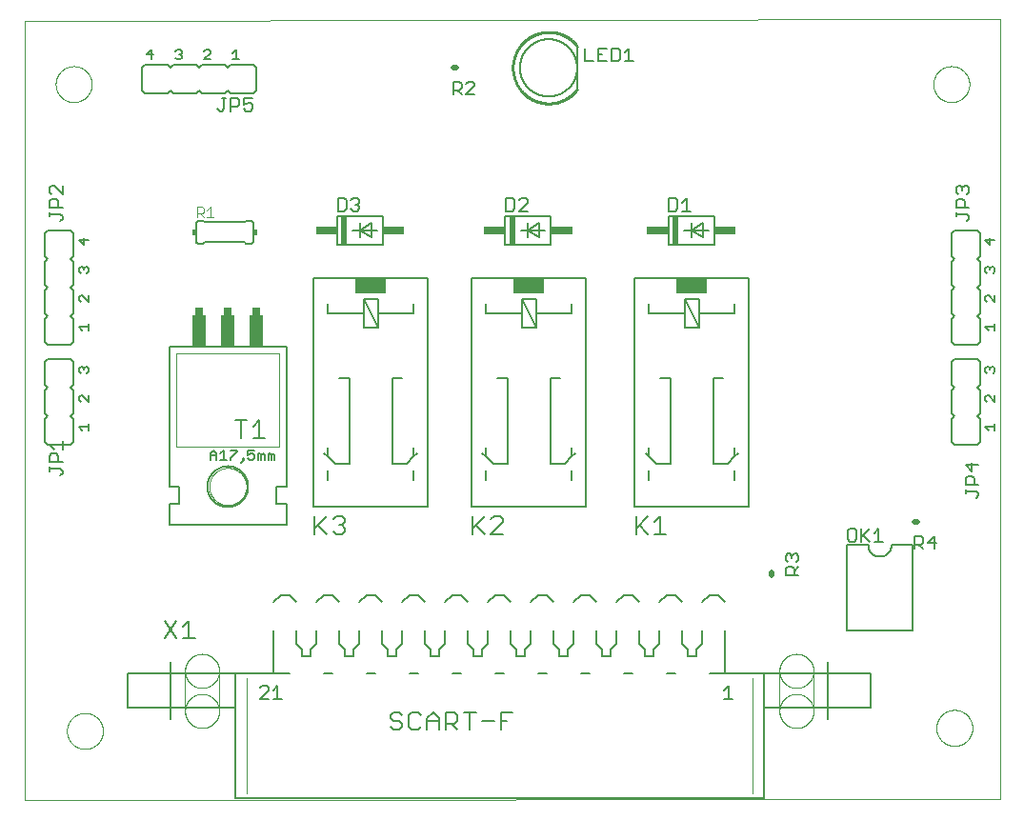
<source format=gto>
G75*
%MOIN*%
%OFA0B0*%
%FSLAX25Y25*%
%IPPOS*%
%LPD*%
%AMOC8*
5,1,8,0,0,1.08239X$1,22.5*
%
%ADD10C,0.00000*%
%ADD11C,0.00600*%
%ADD12C,0.00500*%
%ADD13R,0.02000X0.10000*%
%ADD14R,0.07500X0.03000*%
%ADD15C,0.00700*%
%ADD16R,0.10000X0.05000*%
%ADD17C,0.00800*%
%ADD18C,0.01000*%
%ADD19C,0.00400*%
%ADD20R,0.01500X0.02000*%
%ADD21C,0.02000*%
%ADD22C,0.00200*%
%ADD23R,0.03000X0.02500*%
%ADD24R,0.05000X0.11000*%
%ADD25C,0.00009*%
D10*
X0001000Y0001000D02*
X0001000Y0273953D01*
X0342417Y0274346D01*
X0342417Y0001394D01*
X0001000Y0001000D01*
X0015882Y0025331D02*
X0015884Y0025489D01*
X0015890Y0025647D01*
X0015900Y0025805D01*
X0015914Y0025963D01*
X0015932Y0026120D01*
X0015953Y0026277D01*
X0015979Y0026433D01*
X0016009Y0026589D01*
X0016042Y0026744D01*
X0016080Y0026897D01*
X0016121Y0027050D01*
X0016166Y0027202D01*
X0016215Y0027353D01*
X0016268Y0027502D01*
X0016324Y0027650D01*
X0016384Y0027796D01*
X0016448Y0027941D01*
X0016516Y0028084D01*
X0016587Y0028226D01*
X0016661Y0028366D01*
X0016739Y0028503D01*
X0016821Y0028639D01*
X0016905Y0028773D01*
X0016994Y0028904D01*
X0017085Y0029033D01*
X0017180Y0029160D01*
X0017277Y0029285D01*
X0017378Y0029407D01*
X0017482Y0029526D01*
X0017589Y0029643D01*
X0017699Y0029757D01*
X0017812Y0029868D01*
X0017927Y0029977D01*
X0018045Y0030082D01*
X0018166Y0030184D01*
X0018289Y0030284D01*
X0018415Y0030380D01*
X0018543Y0030473D01*
X0018673Y0030563D01*
X0018806Y0030649D01*
X0018941Y0030733D01*
X0019077Y0030812D01*
X0019216Y0030889D01*
X0019357Y0030961D01*
X0019499Y0031031D01*
X0019643Y0031096D01*
X0019789Y0031158D01*
X0019936Y0031216D01*
X0020085Y0031271D01*
X0020235Y0031322D01*
X0020386Y0031369D01*
X0020538Y0031412D01*
X0020691Y0031451D01*
X0020846Y0031487D01*
X0021001Y0031518D01*
X0021157Y0031546D01*
X0021313Y0031570D01*
X0021470Y0031590D01*
X0021628Y0031606D01*
X0021785Y0031618D01*
X0021944Y0031626D01*
X0022102Y0031630D01*
X0022260Y0031630D01*
X0022418Y0031626D01*
X0022577Y0031618D01*
X0022734Y0031606D01*
X0022892Y0031590D01*
X0023049Y0031570D01*
X0023205Y0031546D01*
X0023361Y0031518D01*
X0023516Y0031487D01*
X0023671Y0031451D01*
X0023824Y0031412D01*
X0023976Y0031369D01*
X0024127Y0031322D01*
X0024277Y0031271D01*
X0024426Y0031216D01*
X0024573Y0031158D01*
X0024719Y0031096D01*
X0024863Y0031031D01*
X0025005Y0030961D01*
X0025146Y0030889D01*
X0025285Y0030812D01*
X0025421Y0030733D01*
X0025556Y0030649D01*
X0025689Y0030563D01*
X0025819Y0030473D01*
X0025947Y0030380D01*
X0026073Y0030284D01*
X0026196Y0030184D01*
X0026317Y0030082D01*
X0026435Y0029977D01*
X0026550Y0029868D01*
X0026663Y0029757D01*
X0026773Y0029643D01*
X0026880Y0029526D01*
X0026984Y0029407D01*
X0027085Y0029285D01*
X0027182Y0029160D01*
X0027277Y0029033D01*
X0027368Y0028904D01*
X0027457Y0028773D01*
X0027541Y0028639D01*
X0027623Y0028503D01*
X0027701Y0028366D01*
X0027775Y0028226D01*
X0027846Y0028084D01*
X0027914Y0027941D01*
X0027978Y0027796D01*
X0028038Y0027650D01*
X0028094Y0027502D01*
X0028147Y0027353D01*
X0028196Y0027202D01*
X0028241Y0027050D01*
X0028282Y0026897D01*
X0028320Y0026744D01*
X0028353Y0026589D01*
X0028383Y0026433D01*
X0028409Y0026277D01*
X0028430Y0026120D01*
X0028448Y0025963D01*
X0028462Y0025805D01*
X0028472Y0025647D01*
X0028478Y0025489D01*
X0028480Y0025331D01*
X0028478Y0025173D01*
X0028472Y0025015D01*
X0028462Y0024857D01*
X0028448Y0024699D01*
X0028430Y0024542D01*
X0028409Y0024385D01*
X0028383Y0024229D01*
X0028353Y0024073D01*
X0028320Y0023918D01*
X0028282Y0023765D01*
X0028241Y0023612D01*
X0028196Y0023460D01*
X0028147Y0023309D01*
X0028094Y0023160D01*
X0028038Y0023012D01*
X0027978Y0022866D01*
X0027914Y0022721D01*
X0027846Y0022578D01*
X0027775Y0022436D01*
X0027701Y0022296D01*
X0027623Y0022159D01*
X0027541Y0022023D01*
X0027457Y0021889D01*
X0027368Y0021758D01*
X0027277Y0021629D01*
X0027182Y0021502D01*
X0027085Y0021377D01*
X0026984Y0021255D01*
X0026880Y0021136D01*
X0026773Y0021019D01*
X0026663Y0020905D01*
X0026550Y0020794D01*
X0026435Y0020685D01*
X0026317Y0020580D01*
X0026196Y0020478D01*
X0026073Y0020378D01*
X0025947Y0020282D01*
X0025819Y0020189D01*
X0025689Y0020099D01*
X0025556Y0020013D01*
X0025421Y0019929D01*
X0025285Y0019850D01*
X0025146Y0019773D01*
X0025005Y0019701D01*
X0024863Y0019631D01*
X0024719Y0019566D01*
X0024573Y0019504D01*
X0024426Y0019446D01*
X0024277Y0019391D01*
X0024127Y0019340D01*
X0023976Y0019293D01*
X0023824Y0019250D01*
X0023671Y0019211D01*
X0023516Y0019175D01*
X0023361Y0019144D01*
X0023205Y0019116D01*
X0023049Y0019092D01*
X0022892Y0019072D01*
X0022734Y0019056D01*
X0022577Y0019044D01*
X0022418Y0019036D01*
X0022260Y0019032D01*
X0022102Y0019032D01*
X0021944Y0019036D01*
X0021785Y0019044D01*
X0021628Y0019056D01*
X0021470Y0019072D01*
X0021313Y0019092D01*
X0021157Y0019116D01*
X0021001Y0019144D01*
X0020846Y0019175D01*
X0020691Y0019211D01*
X0020538Y0019250D01*
X0020386Y0019293D01*
X0020235Y0019340D01*
X0020085Y0019391D01*
X0019936Y0019446D01*
X0019789Y0019504D01*
X0019643Y0019566D01*
X0019499Y0019631D01*
X0019357Y0019701D01*
X0019216Y0019773D01*
X0019077Y0019850D01*
X0018941Y0019929D01*
X0018806Y0020013D01*
X0018673Y0020099D01*
X0018543Y0020189D01*
X0018415Y0020282D01*
X0018289Y0020378D01*
X0018166Y0020478D01*
X0018045Y0020580D01*
X0017927Y0020685D01*
X0017812Y0020794D01*
X0017699Y0020905D01*
X0017589Y0021019D01*
X0017482Y0021136D01*
X0017378Y0021255D01*
X0017277Y0021377D01*
X0017180Y0021502D01*
X0017085Y0021629D01*
X0016994Y0021758D01*
X0016905Y0021889D01*
X0016821Y0022023D01*
X0016739Y0022159D01*
X0016661Y0022296D01*
X0016587Y0022436D01*
X0016516Y0022578D01*
X0016448Y0022721D01*
X0016384Y0022866D01*
X0016324Y0023012D01*
X0016268Y0023160D01*
X0016215Y0023309D01*
X0016166Y0023460D01*
X0016121Y0023612D01*
X0016080Y0023765D01*
X0016042Y0023918D01*
X0016009Y0024073D01*
X0015979Y0024229D01*
X0015953Y0024385D01*
X0015932Y0024542D01*
X0015914Y0024699D01*
X0015900Y0024857D01*
X0015890Y0025015D01*
X0015884Y0025173D01*
X0015882Y0025331D01*
X0057231Y0032331D02*
X0057233Y0032485D01*
X0057239Y0032639D01*
X0057249Y0032792D01*
X0057263Y0032945D01*
X0057281Y0033098D01*
X0057302Y0033250D01*
X0057328Y0033402D01*
X0057358Y0033553D01*
X0057391Y0033703D01*
X0057429Y0033852D01*
X0057470Y0034001D01*
X0057515Y0034148D01*
X0057564Y0034294D01*
X0057617Y0034438D01*
X0057673Y0034581D01*
X0057733Y0034723D01*
X0057797Y0034863D01*
X0057864Y0035001D01*
X0057935Y0035138D01*
X0058009Y0035273D01*
X0058087Y0035405D01*
X0058168Y0035536D01*
X0058253Y0035665D01*
X0058340Y0035791D01*
X0058431Y0035915D01*
X0058526Y0036036D01*
X0058623Y0036156D01*
X0058723Y0036272D01*
X0058827Y0036386D01*
X0058933Y0036497D01*
X0059042Y0036606D01*
X0059154Y0036711D01*
X0059269Y0036814D01*
X0059386Y0036914D01*
X0059506Y0037010D01*
X0059628Y0037104D01*
X0059752Y0037194D01*
X0059879Y0037281D01*
X0060008Y0037365D01*
X0060140Y0037445D01*
X0060273Y0037522D01*
X0060408Y0037595D01*
X0060545Y0037665D01*
X0060684Y0037732D01*
X0060824Y0037794D01*
X0060966Y0037853D01*
X0061110Y0037909D01*
X0061255Y0037961D01*
X0061401Y0038008D01*
X0061548Y0038053D01*
X0061697Y0038093D01*
X0061846Y0038129D01*
X0061997Y0038162D01*
X0062148Y0038191D01*
X0062300Y0038215D01*
X0062452Y0038236D01*
X0062605Y0038253D01*
X0062758Y0038266D01*
X0062912Y0038275D01*
X0063066Y0038280D01*
X0063219Y0038281D01*
X0063373Y0038278D01*
X0063527Y0038271D01*
X0063680Y0038260D01*
X0063834Y0038245D01*
X0063986Y0038226D01*
X0064138Y0038203D01*
X0064290Y0038177D01*
X0064441Y0038146D01*
X0064591Y0038112D01*
X0064740Y0038073D01*
X0064887Y0038031D01*
X0065034Y0037985D01*
X0065180Y0037935D01*
X0065324Y0037882D01*
X0065467Y0037824D01*
X0065608Y0037763D01*
X0065748Y0037699D01*
X0065886Y0037631D01*
X0066022Y0037559D01*
X0066156Y0037484D01*
X0066288Y0037405D01*
X0066418Y0037323D01*
X0066546Y0037238D01*
X0066672Y0037149D01*
X0066795Y0037057D01*
X0066916Y0036962D01*
X0067035Y0036864D01*
X0067151Y0036763D01*
X0067264Y0036659D01*
X0067375Y0036552D01*
X0067482Y0036442D01*
X0067587Y0036329D01*
X0067689Y0036214D01*
X0067788Y0036096D01*
X0067884Y0035976D01*
X0067977Y0035853D01*
X0068066Y0035728D01*
X0068152Y0035601D01*
X0068235Y0035471D01*
X0068315Y0035339D01*
X0068391Y0035206D01*
X0068463Y0035070D01*
X0068532Y0034932D01*
X0068598Y0034793D01*
X0068660Y0034652D01*
X0068718Y0034510D01*
X0068772Y0034366D01*
X0068823Y0034221D01*
X0068870Y0034074D01*
X0068913Y0033927D01*
X0068952Y0033778D01*
X0068988Y0033628D01*
X0069019Y0033478D01*
X0069047Y0033326D01*
X0069071Y0033174D01*
X0069091Y0033022D01*
X0069107Y0032869D01*
X0069119Y0032715D01*
X0069127Y0032562D01*
X0069131Y0032408D01*
X0069131Y0032254D01*
X0069127Y0032100D01*
X0069119Y0031947D01*
X0069107Y0031793D01*
X0069091Y0031640D01*
X0069071Y0031488D01*
X0069047Y0031336D01*
X0069019Y0031184D01*
X0068988Y0031034D01*
X0068952Y0030884D01*
X0068913Y0030735D01*
X0068870Y0030588D01*
X0068823Y0030441D01*
X0068772Y0030296D01*
X0068718Y0030152D01*
X0068660Y0030010D01*
X0068598Y0029869D01*
X0068532Y0029730D01*
X0068463Y0029592D01*
X0068391Y0029456D01*
X0068315Y0029323D01*
X0068235Y0029191D01*
X0068152Y0029061D01*
X0068066Y0028934D01*
X0067977Y0028809D01*
X0067884Y0028686D01*
X0067788Y0028566D01*
X0067689Y0028448D01*
X0067587Y0028333D01*
X0067482Y0028220D01*
X0067375Y0028110D01*
X0067264Y0028003D01*
X0067151Y0027899D01*
X0067035Y0027798D01*
X0066916Y0027700D01*
X0066795Y0027605D01*
X0066672Y0027513D01*
X0066546Y0027424D01*
X0066418Y0027339D01*
X0066288Y0027257D01*
X0066156Y0027178D01*
X0066022Y0027103D01*
X0065886Y0027031D01*
X0065748Y0026963D01*
X0065608Y0026899D01*
X0065467Y0026838D01*
X0065324Y0026780D01*
X0065180Y0026727D01*
X0065034Y0026677D01*
X0064887Y0026631D01*
X0064740Y0026589D01*
X0064591Y0026550D01*
X0064441Y0026516D01*
X0064290Y0026485D01*
X0064138Y0026459D01*
X0063986Y0026436D01*
X0063834Y0026417D01*
X0063680Y0026402D01*
X0063527Y0026391D01*
X0063373Y0026384D01*
X0063219Y0026381D01*
X0063066Y0026382D01*
X0062912Y0026387D01*
X0062758Y0026396D01*
X0062605Y0026409D01*
X0062452Y0026426D01*
X0062300Y0026447D01*
X0062148Y0026471D01*
X0061997Y0026500D01*
X0061846Y0026533D01*
X0061697Y0026569D01*
X0061548Y0026609D01*
X0061401Y0026654D01*
X0061255Y0026701D01*
X0061110Y0026753D01*
X0060966Y0026809D01*
X0060824Y0026868D01*
X0060684Y0026930D01*
X0060545Y0026997D01*
X0060408Y0027067D01*
X0060273Y0027140D01*
X0060140Y0027217D01*
X0060008Y0027297D01*
X0059879Y0027381D01*
X0059752Y0027468D01*
X0059628Y0027558D01*
X0059506Y0027652D01*
X0059386Y0027748D01*
X0059269Y0027848D01*
X0059154Y0027951D01*
X0059042Y0028056D01*
X0058933Y0028165D01*
X0058827Y0028276D01*
X0058723Y0028390D01*
X0058623Y0028506D01*
X0058526Y0028626D01*
X0058431Y0028747D01*
X0058340Y0028871D01*
X0058253Y0028997D01*
X0058168Y0029126D01*
X0058087Y0029257D01*
X0058009Y0029389D01*
X0057935Y0029524D01*
X0057864Y0029661D01*
X0057797Y0029799D01*
X0057733Y0029939D01*
X0057673Y0030081D01*
X0057617Y0030224D01*
X0057564Y0030368D01*
X0057515Y0030514D01*
X0057470Y0030661D01*
X0057429Y0030810D01*
X0057391Y0030959D01*
X0057358Y0031109D01*
X0057328Y0031260D01*
X0057302Y0031412D01*
X0057281Y0031564D01*
X0057263Y0031717D01*
X0057249Y0031870D01*
X0057239Y0032023D01*
X0057233Y0032177D01*
X0057231Y0032331D01*
X0057181Y0032331D02*
X0057183Y0032178D01*
X0057189Y0032025D01*
X0057199Y0031872D01*
X0057212Y0031719D01*
X0057230Y0031567D01*
X0057251Y0031415D01*
X0057277Y0031264D01*
X0057306Y0031114D01*
X0057339Y0030964D01*
X0057376Y0030815D01*
X0057416Y0030667D01*
X0057461Y0030521D01*
X0057509Y0030375D01*
X0057561Y0030231D01*
X0057616Y0030088D01*
X0057675Y0029947D01*
X0057738Y0029807D01*
X0057804Y0029669D01*
X0057874Y0029532D01*
X0057947Y0029398D01*
X0058024Y0029265D01*
X0058104Y0029134D01*
X0058187Y0029006D01*
X0058273Y0028879D01*
X0058363Y0028755D01*
X0058456Y0028633D01*
X0058552Y0028514D01*
X0058651Y0028397D01*
X0058753Y0028282D01*
X0058858Y0028170D01*
X0058966Y0028061D01*
X0059076Y0027955D01*
X0059189Y0027852D01*
X0059305Y0027751D01*
X0059423Y0027654D01*
X0059544Y0027559D01*
X0059667Y0027468D01*
X0059792Y0027380D01*
X0059920Y0027295D01*
X0060049Y0027213D01*
X0060181Y0027135D01*
X0060315Y0027060D01*
X0060450Y0026988D01*
X0060588Y0026920D01*
X0060727Y0026856D01*
X0060867Y0026795D01*
X0061009Y0026738D01*
X0061153Y0026684D01*
X0061298Y0026634D01*
X0061444Y0026588D01*
X0061591Y0026545D01*
X0061739Y0026507D01*
X0061889Y0026472D01*
X0062039Y0026441D01*
X0062189Y0026413D01*
X0062341Y0026390D01*
X0062493Y0026371D01*
X0062645Y0026355D01*
X0062798Y0026343D01*
X0062951Y0026335D01*
X0063104Y0026331D01*
X0063258Y0026331D01*
X0063411Y0026335D01*
X0063564Y0026343D01*
X0063717Y0026355D01*
X0063869Y0026371D01*
X0064021Y0026390D01*
X0064173Y0026413D01*
X0064323Y0026441D01*
X0064473Y0026472D01*
X0064623Y0026507D01*
X0064771Y0026545D01*
X0064918Y0026588D01*
X0065064Y0026634D01*
X0065209Y0026684D01*
X0065353Y0026738D01*
X0065495Y0026795D01*
X0065635Y0026856D01*
X0065774Y0026920D01*
X0065912Y0026988D01*
X0066047Y0027060D01*
X0066181Y0027135D01*
X0066313Y0027213D01*
X0066442Y0027295D01*
X0066570Y0027380D01*
X0066695Y0027468D01*
X0066818Y0027559D01*
X0066939Y0027654D01*
X0067057Y0027751D01*
X0067173Y0027852D01*
X0067286Y0027955D01*
X0067396Y0028061D01*
X0067504Y0028170D01*
X0067609Y0028282D01*
X0067711Y0028397D01*
X0067810Y0028514D01*
X0067906Y0028633D01*
X0067999Y0028755D01*
X0068089Y0028879D01*
X0068175Y0029006D01*
X0068258Y0029134D01*
X0068338Y0029265D01*
X0068415Y0029398D01*
X0068488Y0029532D01*
X0068558Y0029669D01*
X0068624Y0029807D01*
X0068687Y0029947D01*
X0068746Y0030088D01*
X0068801Y0030231D01*
X0068853Y0030375D01*
X0068901Y0030521D01*
X0068946Y0030667D01*
X0068986Y0030815D01*
X0069023Y0030964D01*
X0069056Y0031114D01*
X0069085Y0031264D01*
X0069111Y0031415D01*
X0069132Y0031567D01*
X0069150Y0031719D01*
X0069163Y0031872D01*
X0069173Y0032025D01*
X0069179Y0032178D01*
X0069181Y0032331D01*
X0057231Y0046331D02*
X0057233Y0046485D01*
X0057239Y0046639D01*
X0057249Y0046792D01*
X0057263Y0046945D01*
X0057281Y0047098D01*
X0057302Y0047250D01*
X0057328Y0047402D01*
X0057358Y0047553D01*
X0057391Y0047703D01*
X0057429Y0047852D01*
X0057470Y0048001D01*
X0057515Y0048148D01*
X0057564Y0048294D01*
X0057617Y0048438D01*
X0057673Y0048581D01*
X0057733Y0048723D01*
X0057797Y0048863D01*
X0057864Y0049001D01*
X0057935Y0049138D01*
X0058009Y0049273D01*
X0058087Y0049405D01*
X0058168Y0049536D01*
X0058253Y0049665D01*
X0058340Y0049791D01*
X0058431Y0049915D01*
X0058526Y0050036D01*
X0058623Y0050156D01*
X0058723Y0050272D01*
X0058827Y0050386D01*
X0058933Y0050497D01*
X0059042Y0050606D01*
X0059154Y0050711D01*
X0059269Y0050814D01*
X0059386Y0050914D01*
X0059506Y0051010D01*
X0059628Y0051104D01*
X0059752Y0051194D01*
X0059879Y0051281D01*
X0060008Y0051365D01*
X0060140Y0051445D01*
X0060273Y0051522D01*
X0060408Y0051595D01*
X0060545Y0051665D01*
X0060684Y0051732D01*
X0060824Y0051794D01*
X0060966Y0051853D01*
X0061110Y0051909D01*
X0061255Y0051961D01*
X0061401Y0052008D01*
X0061548Y0052053D01*
X0061697Y0052093D01*
X0061846Y0052129D01*
X0061997Y0052162D01*
X0062148Y0052191D01*
X0062300Y0052215D01*
X0062452Y0052236D01*
X0062605Y0052253D01*
X0062758Y0052266D01*
X0062912Y0052275D01*
X0063066Y0052280D01*
X0063219Y0052281D01*
X0063373Y0052278D01*
X0063527Y0052271D01*
X0063680Y0052260D01*
X0063834Y0052245D01*
X0063986Y0052226D01*
X0064138Y0052203D01*
X0064290Y0052177D01*
X0064441Y0052146D01*
X0064591Y0052112D01*
X0064740Y0052073D01*
X0064887Y0052031D01*
X0065034Y0051985D01*
X0065180Y0051935D01*
X0065324Y0051882D01*
X0065467Y0051824D01*
X0065608Y0051763D01*
X0065748Y0051699D01*
X0065886Y0051631D01*
X0066022Y0051559D01*
X0066156Y0051484D01*
X0066288Y0051405D01*
X0066418Y0051323D01*
X0066546Y0051238D01*
X0066672Y0051149D01*
X0066795Y0051057D01*
X0066916Y0050962D01*
X0067035Y0050864D01*
X0067151Y0050763D01*
X0067264Y0050659D01*
X0067375Y0050552D01*
X0067482Y0050442D01*
X0067587Y0050329D01*
X0067689Y0050214D01*
X0067788Y0050096D01*
X0067884Y0049976D01*
X0067977Y0049853D01*
X0068066Y0049728D01*
X0068152Y0049601D01*
X0068235Y0049471D01*
X0068315Y0049339D01*
X0068391Y0049206D01*
X0068463Y0049070D01*
X0068532Y0048932D01*
X0068598Y0048793D01*
X0068660Y0048652D01*
X0068718Y0048510D01*
X0068772Y0048366D01*
X0068823Y0048221D01*
X0068870Y0048074D01*
X0068913Y0047927D01*
X0068952Y0047778D01*
X0068988Y0047628D01*
X0069019Y0047478D01*
X0069047Y0047326D01*
X0069071Y0047174D01*
X0069091Y0047022D01*
X0069107Y0046869D01*
X0069119Y0046715D01*
X0069127Y0046562D01*
X0069131Y0046408D01*
X0069131Y0046254D01*
X0069127Y0046100D01*
X0069119Y0045947D01*
X0069107Y0045793D01*
X0069091Y0045640D01*
X0069071Y0045488D01*
X0069047Y0045336D01*
X0069019Y0045184D01*
X0068988Y0045034D01*
X0068952Y0044884D01*
X0068913Y0044735D01*
X0068870Y0044588D01*
X0068823Y0044441D01*
X0068772Y0044296D01*
X0068718Y0044152D01*
X0068660Y0044010D01*
X0068598Y0043869D01*
X0068532Y0043730D01*
X0068463Y0043592D01*
X0068391Y0043456D01*
X0068315Y0043323D01*
X0068235Y0043191D01*
X0068152Y0043061D01*
X0068066Y0042934D01*
X0067977Y0042809D01*
X0067884Y0042686D01*
X0067788Y0042566D01*
X0067689Y0042448D01*
X0067587Y0042333D01*
X0067482Y0042220D01*
X0067375Y0042110D01*
X0067264Y0042003D01*
X0067151Y0041899D01*
X0067035Y0041798D01*
X0066916Y0041700D01*
X0066795Y0041605D01*
X0066672Y0041513D01*
X0066546Y0041424D01*
X0066418Y0041339D01*
X0066288Y0041257D01*
X0066156Y0041178D01*
X0066022Y0041103D01*
X0065886Y0041031D01*
X0065748Y0040963D01*
X0065608Y0040899D01*
X0065467Y0040838D01*
X0065324Y0040780D01*
X0065180Y0040727D01*
X0065034Y0040677D01*
X0064887Y0040631D01*
X0064740Y0040589D01*
X0064591Y0040550D01*
X0064441Y0040516D01*
X0064290Y0040485D01*
X0064138Y0040459D01*
X0063986Y0040436D01*
X0063834Y0040417D01*
X0063680Y0040402D01*
X0063527Y0040391D01*
X0063373Y0040384D01*
X0063219Y0040381D01*
X0063066Y0040382D01*
X0062912Y0040387D01*
X0062758Y0040396D01*
X0062605Y0040409D01*
X0062452Y0040426D01*
X0062300Y0040447D01*
X0062148Y0040471D01*
X0061997Y0040500D01*
X0061846Y0040533D01*
X0061697Y0040569D01*
X0061548Y0040609D01*
X0061401Y0040654D01*
X0061255Y0040701D01*
X0061110Y0040753D01*
X0060966Y0040809D01*
X0060824Y0040868D01*
X0060684Y0040930D01*
X0060545Y0040997D01*
X0060408Y0041067D01*
X0060273Y0041140D01*
X0060140Y0041217D01*
X0060008Y0041297D01*
X0059879Y0041381D01*
X0059752Y0041468D01*
X0059628Y0041558D01*
X0059506Y0041652D01*
X0059386Y0041748D01*
X0059269Y0041848D01*
X0059154Y0041951D01*
X0059042Y0042056D01*
X0058933Y0042165D01*
X0058827Y0042276D01*
X0058723Y0042390D01*
X0058623Y0042506D01*
X0058526Y0042626D01*
X0058431Y0042747D01*
X0058340Y0042871D01*
X0058253Y0042997D01*
X0058168Y0043126D01*
X0058087Y0043257D01*
X0058009Y0043389D01*
X0057935Y0043524D01*
X0057864Y0043661D01*
X0057797Y0043799D01*
X0057733Y0043939D01*
X0057673Y0044081D01*
X0057617Y0044224D01*
X0057564Y0044368D01*
X0057515Y0044514D01*
X0057470Y0044661D01*
X0057429Y0044810D01*
X0057391Y0044959D01*
X0057358Y0045109D01*
X0057328Y0045260D01*
X0057302Y0045412D01*
X0057281Y0045564D01*
X0057263Y0045717D01*
X0057249Y0045870D01*
X0057239Y0046023D01*
X0057233Y0046177D01*
X0057231Y0046331D01*
X0057181Y0046331D02*
X0057183Y0046484D01*
X0057189Y0046637D01*
X0057199Y0046790D01*
X0057212Y0046943D01*
X0057230Y0047095D01*
X0057251Y0047247D01*
X0057277Y0047398D01*
X0057306Y0047548D01*
X0057339Y0047698D01*
X0057376Y0047847D01*
X0057416Y0047995D01*
X0057461Y0048141D01*
X0057509Y0048287D01*
X0057561Y0048431D01*
X0057616Y0048574D01*
X0057675Y0048715D01*
X0057738Y0048855D01*
X0057804Y0048993D01*
X0057874Y0049130D01*
X0057947Y0049264D01*
X0058024Y0049397D01*
X0058104Y0049528D01*
X0058187Y0049656D01*
X0058273Y0049783D01*
X0058363Y0049907D01*
X0058456Y0050029D01*
X0058552Y0050148D01*
X0058651Y0050265D01*
X0058753Y0050380D01*
X0058858Y0050492D01*
X0058966Y0050601D01*
X0059076Y0050707D01*
X0059189Y0050810D01*
X0059305Y0050911D01*
X0059423Y0051008D01*
X0059544Y0051103D01*
X0059667Y0051194D01*
X0059792Y0051282D01*
X0059920Y0051367D01*
X0060049Y0051449D01*
X0060181Y0051527D01*
X0060315Y0051602D01*
X0060450Y0051674D01*
X0060588Y0051742D01*
X0060727Y0051806D01*
X0060867Y0051867D01*
X0061009Y0051924D01*
X0061153Y0051978D01*
X0061298Y0052028D01*
X0061444Y0052074D01*
X0061591Y0052117D01*
X0061739Y0052155D01*
X0061889Y0052190D01*
X0062039Y0052221D01*
X0062189Y0052249D01*
X0062341Y0052272D01*
X0062493Y0052291D01*
X0062645Y0052307D01*
X0062798Y0052319D01*
X0062951Y0052327D01*
X0063104Y0052331D01*
X0063258Y0052331D01*
X0063411Y0052327D01*
X0063564Y0052319D01*
X0063717Y0052307D01*
X0063869Y0052291D01*
X0064021Y0052272D01*
X0064173Y0052249D01*
X0064323Y0052221D01*
X0064473Y0052190D01*
X0064623Y0052155D01*
X0064771Y0052117D01*
X0064918Y0052074D01*
X0065064Y0052028D01*
X0065209Y0051978D01*
X0065353Y0051924D01*
X0065495Y0051867D01*
X0065635Y0051806D01*
X0065774Y0051742D01*
X0065912Y0051674D01*
X0066047Y0051602D01*
X0066181Y0051527D01*
X0066313Y0051449D01*
X0066442Y0051367D01*
X0066570Y0051282D01*
X0066695Y0051194D01*
X0066818Y0051103D01*
X0066939Y0051008D01*
X0067057Y0050911D01*
X0067173Y0050810D01*
X0067286Y0050707D01*
X0067396Y0050601D01*
X0067504Y0050492D01*
X0067609Y0050380D01*
X0067711Y0050265D01*
X0067810Y0050148D01*
X0067906Y0050029D01*
X0067999Y0049907D01*
X0068089Y0049783D01*
X0068175Y0049656D01*
X0068258Y0049528D01*
X0068338Y0049397D01*
X0068415Y0049264D01*
X0068488Y0049130D01*
X0068558Y0048993D01*
X0068624Y0048855D01*
X0068687Y0048715D01*
X0068746Y0048574D01*
X0068801Y0048431D01*
X0068853Y0048287D01*
X0068901Y0048141D01*
X0068946Y0047995D01*
X0068986Y0047847D01*
X0069023Y0047698D01*
X0069056Y0047548D01*
X0069085Y0047398D01*
X0069111Y0047247D01*
X0069132Y0047095D01*
X0069150Y0046943D01*
X0069163Y0046790D01*
X0069173Y0046637D01*
X0069179Y0046484D01*
X0069181Y0046331D01*
X0065681Y0110898D02*
X0065683Y0111059D01*
X0065689Y0111219D01*
X0065699Y0111380D01*
X0065713Y0111540D01*
X0065731Y0111700D01*
X0065752Y0111859D01*
X0065778Y0112018D01*
X0065808Y0112176D01*
X0065841Y0112333D01*
X0065879Y0112490D01*
X0065920Y0112645D01*
X0065965Y0112799D01*
X0066014Y0112952D01*
X0066067Y0113104D01*
X0066123Y0113255D01*
X0066184Y0113404D01*
X0066247Y0113552D01*
X0066315Y0113698D01*
X0066386Y0113842D01*
X0066460Y0113984D01*
X0066538Y0114125D01*
X0066620Y0114263D01*
X0066705Y0114400D01*
X0066793Y0114534D01*
X0066885Y0114666D01*
X0066980Y0114796D01*
X0067078Y0114924D01*
X0067179Y0115049D01*
X0067283Y0115171D01*
X0067390Y0115291D01*
X0067500Y0115408D01*
X0067613Y0115523D01*
X0067729Y0115634D01*
X0067848Y0115743D01*
X0067969Y0115848D01*
X0068093Y0115951D01*
X0068219Y0116051D01*
X0068347Y0116147D01*
X0068478Y0116240D01*
X0068612Y0116330D01*
X0068747Y0116417D01*
X0068885Y0116500D01*
X0069024Y0116580D01*
X0069166Y0116656D01*
X0069309Y0116729D01*
X0069454Y0116798D01*
X0069601Y0116864D01*
X0069749Y0116926D01*
X0069899Y0116984D01*
X0070050Y0117039D01*
X0070203Y0117090D01*
X0070357Y0117137D01*
X0070512Y0117180D01*
X0070668Y0117219D01*
X0070824Y0117255D01*
X0070982Y0117286D01*
X0071140Y0117314D01*
X0071299Y0117338D01*
X0071459Y0117358D01*
X0071619Y0117374D01*
X0071779Y0117386D01*
X0071940Y0117394D01*
X0072101Y0117398D01*
X0072261Y0117398D01*
X0072422Y0117394D01*
X0072583Y0117386D01*
X0072743Y0117374D01*
X0072903Y0117358D01*
X0073063Y0117338D01*
X0073222Y0117314D01*
X0073380Y0117286D01*
X0073538Y0117255D01*
X0073694Y0117219D01*
X0073850Y0117180D01*
X0074005Y0117137D01*
X0074159Y0117090D01*
X0074312Y0117039D01*
X0074463Y0116984D01*
X0074613Y0116926D01*
X0074761Y0116864D01*
X0074908Y0116798D01*
X0075053Y0116729D01*
X0075196Y0116656D01*
X0075338Y0116580D01*
X0075477Y0116500D01*
X0075615Y0116417D01*
X0075750Y0116330D01*
X0075884Y0116240D01*
X0076015Y0116147D01*
X0076143Y0116051D01*
X0076269Y0115951D01*
X0076393Y0115848D01*
X0076514Y0115743D01*
X0076633Y0115634D01*
X0076749Y0115523D01*
X0076862Y0115408D01*
X0076972Y0115291D01*
X0077079Y0115171D01*
X0077183Y0115049D01*
X0077284Y0114924D01*
X0077382Y0114796D01*
X0077477Y0114666D01*
X0077569Y0114534D01*
X0077657Y0114400D01*
X0077742Y0114263D01*
X0077824Y0114125D01*
X0077902Y0113984D01*
X0077976Y0113842D01*
X0078047Y0113698D01*
X0078115Y0113552D01*
X0078178Y0113404D01*
X0078239Y0113255D01*
X0078295Y0113104D01*
X0078348Y0112952D01*
X0078397Y0112799D01*
X0078442Y0112645D01*
X0078483Y0112490D01*
X0078521Y0112333D01*
X0078554Y0112176D01*
X0078584Y0112018D01*
X0078610Y0111859D01*
X0078631Y0111700D01*
X0078649Y0111540D01*
X0078663Y0111380D01*
X0078673Y0111219D01*
X0078679Y0111059D01*
X0078681Y0110898D01*
X0078679Y0110737D01*
X0078673Y0110577D01*
X0078663Y0110416D01*
X0078649Y0110256D01*
X0078631Y0110096D01*
X0078610Y0109937D01*
X0078584Y0109778D01*
X0078554Y0109620D01*
X0078521Y0109463D01*
X0078483Y0109306D01*
X0078442Y0109151D01*
X0078397Y0108997D01*
X0078348Y0108844D01*
X0078295Y0108692D01*
X0078239Y0108541D01*
X0078178Y0108392D01*
X0078115Y0108244D01*
X0078047Y0108098D01*
X0077976Y0107954D01*
X0077902Y0107812D01*
X0077824Y0107671D01*
X0077742Y0107533D01*
X0077657Y0107396D01*
X0077569Y0107262D01*
X0077477Y0107130D01*
X0077382Y0107000D01*
X0077284Y0106872D01*
X0077183Y0106747D01*
X0077079Y0106625D01*
X0076972Y0106505D01*
X0076862Y0106388D01*
X0076749Y0106273D01*
X0076633Y0106162D01*
X0076514Y0106053D01*
X0076393Y0105948D01*
X0076269Y0105845D01*
X0076143Y0105745D01*
X0076015Y0105649D01*
X0075884Y0105556D01*
X0075750Y0105466D01*
X0075615Y0105379D01*
X0075477Y0105296D01*
X0075338Y0105216D01*
X0075196Y0105140D01*
X0075053Y0105067D01*
X0074908Y0104998D01*
X0074761Y0104932D01*
X0074613Y0104870D01*
X0074463Y0104812D01*
X0074312Y0104757D01*
X0074159Y0104706D01*
X0074005Y0104659D01*
X0073850Y0104616D01*
X0073694Y0104577D01*
X0073538Y0104541D01*
X0073380Y0104510D01*
X0073222Y0104482D01*
X0073063Y0104458D01*
X0072903Y0104438D01*
X0072743Y0104422D01*
X0072583Y0104410D01*
X0072422Y0104402D01*
X0072261Y0104398D01*
X0072101Y0104398D01*
X0071940Y0104402D01*
X0071779Y0104410D01*
X0071619Y0104422D01*
X0071459Y0104438D01*
X0071299Y0104458D01*
X0071140Y0104482D01*
X0070982Y0104510D01*
X0070824Y0104541D01*
X0070668Y0104577D01*
X0070512Y0104616D01*
X0070357Y0104659D01*
X0070203Y0104706D01*
X0070050Y0104757D01*
X0069899Y0104812D01*
X0069749Y0104870D01*
X0069601Y0104932D01*
X0069454Y0104998D01*
X0069309Y0105067D01*
X0069166Y0105140D01*
X0069024Y0105216D01*
X0068885Y0105296D01*
X0068747Y0105379D01*
X0068612Y0105466D01*
X0068478Y0105556D01*
X0068347Y0105649D01*
X0068219Y0105745D01*
X0068093Y0105845D01*
X0067969Y0105948D01*
X0067848Y0106053D01*
X0067729Y0106162D01*
X0067613Y0106273D01*
X0067500Y0106388D01*
X0067390Y0106505D01*
X0067283Y0106625D01*
X0067179Y0106747D01*
X0067078Y0106872D01*
X0066980Y0107000D01*
X0066885Y0107130D01*
X0066793Y0107262D01*
X0066705Y0107396D01*
X0066620Y0107533D01*
X0066538Y0107671D01*
X0066460Y0107812D01*
X0066386Y0107954D01*
X0066315Y0108098D01*
X0066247Y0108244D01*
X0066184Y0108392D01*
X0066123Y0108541D01*
X0066067Y0108692D01*
X0066014Y0108844D01*
X0065965Y0108997D01*
X0065920Y0109151D01*
X0065879Y0109306D01*
X0065841Y0109463D01*
X0065808Y0109620D01*
X0065778Y0109778D01*
X0065752Y0109937D01*
X0065731Y0110096D01*
X0065713Y0110256D01*
X0065699Y0110416D01*
X0065689Y0110577D01*
X0065683Y0110737D01*
X0065681Y0110898D01*
X0011945Y0251709D02*
X0011947Y0251867D01*
X0011953Y0252025D01*
X0011963Y0252183D01*
X0011977Y0252341D01*
X0011995Y0252498D01*
X0012016Y0252655D01*
X0012042Y0252811D01*
X0012072Y0252967D01*
X0012105Y0253122D01*
X0012143Y0253275D01*
X0012184Y0253428D01*
X0012229Y0253580D01*
X0012278Y0253731D01*
X0012331Y0253880D01*
X0012387Y0254028D01*
X0012447Y0254174D01*
X0012511Y0254319D01*
X0012579Y0254462D01*
X0012650Y0254604D01*
X0012724Y0254744D01*
X0012802Y0254881D01*
X0012884Y0255017D01*
X0012968Y0255151D01*
X0013057Y0255282D01*
X0013148Y0255411D01*
X0013243Y0255538D01*
X0013340Y0255663D01*
X0013441Y0255785D01*
X0013545Y0255904D01*
X0013652Y0256021D01*
X0013762Y0256135D01*
X0013875Y0256246D01*
X0013990Y0256355D01*
X0014108Y0256460D01*
X0014229Y0256562D01*
X0014352Y0256662D01*
X0014478Y0256758D01*
X0014606Y0256851D01*
X0014736Y0256941D01*
X0014869Y0257027D01*
X0015004Y0257111D01*
X0015140Y0257190D01*
X0015279Y0257267D01*
X0015420Y0257339D01*
X0015562Y0257409D01*
X0015706Y0257474D01*
X0015852Y0257536D01*
X0015999Y0257594D01*
X0016148Y0257649D01*
X0016298Y0257700D01*
X0016449Y0257747D01*
X0016601Y0257790D01*
X0016754Y0257829D01*
X0016909Y0257865D01*
X0017064Y0257896D01*
X0017220Y0257924D01*
X0017376Y0257948D01*
X0017533Y0257968D01*
X0017691Y0257984D01*
X0017848Y0257996D01*
X0018007Y0258004D01*
X0018165Y0258008D01*
X0018323Y0258008D01*
X0018481Y0258004D01*
X0018640Y0257996D01*
X0018797Y0257984D01*
X0018955Y0257968D01*
X0019112Y0257948D01*
X0019268Y0257924D01*
X0019424Y0257896D01*
X0019579Y0257865D01*
X0019734Y0257829D01*
X0019887Y0257790D01*
X0020039Y0257747D01*
X0020190Y0257700D01*
X0020340Y0257649D01*
X0020489Y0257594D01*
X0020636Y0257536D01*
X0020782Y0257474D01*
X0020926Y0257409D01*
X0021068Y0257339D01*
X0021209Y0257267D01*
X0021348Y0257190D01*
X0021484Y0257111D01*
X0021619Y0257027D01*
X0021752Y0256941D01*
X0021882Y0256851D01*
X0022010Y0256758D01*
X0022136Y0256662D01*
X0022259Y0256562D01*
X0022380Y0256460D01*
X0022498Y0256355D01*
X0022613Y0256246D01*
X0022726Y0256135D01*
X0022836Y0256021D01*
X0022943Y0255904D01*
X0023047Y0255785D01*
X0023148Y0255663D01*
X0023245Y0255538D01*
X0023340Y0255411D01*
X0023431Y0255282D01*
X0023520Y0255151D01*
X0023604Y0255017D01*
X0023686Y0254881D01*
X0023764Y0254744D01*
X0023838Y0254604D01*
X0023909Y0254462D01*
X0023977Y0254319D01*
X0024041Y0254174D01*
X0024101Y0254028D01*
X0024157Y0253880D01*
X0024210Y0253731D01*
X0024259Y0253580D01*
X0024304Y0253428D01*
X0024345Y0253275D01*
X0024383Y0253122D01*
X0024416Y0252967D01*
X0024446Y0252811D01*
X0024472Y0252655D01*
X0024493Y0252498D01*
X0024511Y0252341D01*
X0024525Y0252183D01*
X0024535Y0252025D01*
X0024541Y0251867D01*
X0024543Y0251709D01*
X0024541Y0251551D01*
X0024535Y0251393D01*
X0024525Y0251235D01*
X0024511Y0251077D01*
X0024493Y0250920D01*
X0024472Y0250763D01*
X0024446Y0250607D01*
X0024416Y0250451D01*
X0024383Y0250296D01*
X0024345Y0250143D01*
X0024304Y0249990D01*
X0024259Y0249838D01*
X0024210Y0249687D01*
X0024157Y0249538D01*
X0024101Y0249390D01*
X0024041Y0249244D01*
X0023977Y0249099D01*
X0023909Y0248956D01*
X0023838Y0248814D01*
X0023764Y0248674D01*
X0023686Y0248537D01*
X0023604Y0248401D01*
X0023520Y0248267D01*
X0023431Y0248136D01*
X0023340Y0248007D01*
X0023245Y0247880D01*
X0023148Y0247755D01*
X0023047Y0247633D01*
X0022943Y0247514D01*
X0022836Y0247397D01*
X0022726Y0247283D01*
X0022613Y0247172D01*
X0022498Y0247063D01*
X0022380Y0246958D01*
X0022259Y0246856D01*
X0022136Y0246756D01*
X0022010Y0246660D01*
X0021882Y0246567D01*
X0021752Y0246477D01*
X0021619Y0246391D01*
X0021484Y0246307D01*
X0021348Y0246228D01*
X0021209Y0246151D01*
X0021068Y0246079D01*
X0020926Y0246009D01*
X0020782Y0245944D01*
X0020636Y0245882D01*
X0020489Y0245824D01*
X0020340Y0245769D01*
X0020190Y0245718D01*
X0020039Y0245671D01*
X0019887Y0245628D01*
X0019734Y0245589D01*
X0019579Y0245553D01*
X0019424Y0245522D01*
X0019268Y0245494D01*
X0019112Y0245470D01*
X0018955Y0245450D01*
X0018797Y0245434D01*
X0018640Y0245422D01*
X0018481Y0245414D01*
X0018323Y0245410D01*
X0018165Y0245410D01*
X0018007Y0245414D01*
X0017848Y0245422D01*
X0017691Y0245434D01*
X0017533Y0245450D01*
X0017376Y0245470D01*
X0017220Y0245494D01*
X0017064Y0245522D01*
X0016909Y0245553D01*
X0016754Y0245589D01*
X0016601Y0245628D01*
X0016449Y0245671D01*
X0016298Y0245718D01*
X0016148Y0245769D01*
X0015999Y0245824D01*
X0015852Y0245882D01*
X0015706Y0245944D01*
X0015562Y0246009D01*
X0015420Y0246079D01*
X0015279Y0246151D01*
X0015140Y0246228D01*
X0015004Y0246307D01*
X0014869Y0246391D01*
X0014736Y0246477D01*
X0014606Y0246567D01*
X0014478Y0246660D01*
X0014352Y0246756D01*
X0014229Y0246856D01*
X0014108Y0246958D01*
X0013990Y0247063D01*
X0013875Y0247172D01*
X0013762Y0247283D01*
X0013652Y0247397D01*
X0013545Y0247514D01*
X0013441Y0247633D01*
X0013340Y0247755D01*
X0013243Y0247880D01*
X0013148Y0248007D01*
X0013057Y0248136D01*
X0012968Y0248267D01*
X0012884Y0248401D01*
X0012802Y0248537D01*
X0012724Y0248674D01*
X0012650Y0248814D01*
X0012579Y0248956D01*
X0012511Y0249099D01*
X0012447Y0249244D01*
X0012387Y0249390D01*
X0012331Y0249538D01*
X0012278Y0249687D01*
X0012229Y0249838D01*
X0012184Y0249990D01*
X0012143Y0250143D01*
X0012105Y0250296D01*
X0012072Y0250451D01*
X0012042Y0250607D01*
X0012016Y0250763D01*
X0011995Y0250920D01*
X0011977Y0251077D01*
X0011963Y0251235D01*
X0011953Y0251393D01*
X0011947Y0251551D01*
X0011945Y0251709D01*
X0265231Y0046331D02*
X0265233Y0046485D01*
X0265239Y0046639D01*
X0265249Y0046792D01*
X0265263Y0046945D01*
X0265281Y0047098D01*
X0265302Y0047250D01*
X0265328Y0047402D01*
X0265358Y0047553D01*
X0265391Y0047703D01*
X0265429Y0047852D01*
X0265470Y0048001D01*
X0265515Y0048148D01*
X0265564Y0048294D01*
X0265617Y0048438D01*
X0265673Y0048581D01*
X0265733Y0048723D01*
X0265797Y0048863D01*
X0265864Y0049001D01*
X0265935Y0049138D01*
X0266009Y0049273D01*
X0266087Y0049405D01*
X0266168Y0049536D01*
X0266253Y0049665D01*
X0266340Y0049791D01*
X0266431Y0049915D01*
X0266526Y0050036D01*
X0266623Y0050156D01*
X0266723Y0050272D01*
X0266827Y0050386D01*
X0266933Y0050497D01*
X0267042Y0050606D01*
X0267154Y0050711D01*
X0267269Y0050814D01*
X0267386Y0050914D01*
X0267506Y0051010D01*
X0267628Y0051104D01*
X0267752Y0051194D01*
X0267879Y0051281D01*
X0268008Y0051365D01*
X0268140Y0051445D01*
X0268273Y0051522D01*
X0268408Y0051595D01*
X0268545Y0051665D01*
X0268684Y0051732D01*
X0268824Y0051794D01*
X0268966Y0051853D01*
X0269110Y0051909D01*
X0269255Y0051961D01*
X0269401Y0052008D01*
X0269548Y0052053D01*
X0269697Y0052093D01*
X0269846Y0052129D01*
X0269997Y0052162D01*
X0270148Y0052191D01*
X0270300Y0052215D01*
X0270452Y0052236D01*
X0270605Y0052253D01*
X0270758Y0052266D01*
X0270912Y0052275D01*
X0271066Y0052280D01*
X0271219Y0052281D01*
X0271373Y0052278D01*
X0271527Y0052271D01*
X0271680Y0052260D01*
X0271834Y0052245D01*
X0271986Y0052226D01*
X0272138Y0052203D01*
X0272290Y0052177D01*
X0272441Y0052146D01*
X0272591Y0052112D01*
X0272740Y0052073D01*
X0272887Y0052031D01*
X0273034Y0051985D01*
X0273180Y0051935D01*
X0273324Y0051882D01*
X0273467Y0051824D01*
X0273608Y0051763D01*
X0273748Y0051699D01*
X0273886Y0051631D01*
X0274022Y0051559D01*
X0274156Y0051484D01*
X0274288Y0051405D01*
X0274418Y0051323D01*
X0274546Y0051238D01*
X0274672Y0051149D01*
X0274795Y0051057D01*
X0274916Y0050962D01*
X0275035Y0050864D01*
X0275151Y0050763D01*
X0275264Y0050659D01*
X0275375Y0050552D01*
X0275482Y0050442D01*
X0275587Y0050329D01*
X0275689Y0050214D01*
X0275788Y0050096D01*
X0275884Y0049976D01*
X0275977Y0049853D01*
X0276066Y0049728D01*
X0276152Y0049601D01*
X0276235Y0049471D01*
X0276315Y0049339D01*
X0276391Y0049206D01*
X0276463Y0049070D01*
X0276532Y0048932D01*
X0276598Y0048793D01*
X0276660Y0048652D01*
X0276718Y0048510D01*
X0276772Y0048366D01*
X0276823Y0048221D01*
X0276870Y0048074D01*
X0276913Y0047927D01*
X0276952Y0047778D01*
X0276988Y0047628D01*
X0277019Y0047478D01*
X0277047Y0047326D01*
X0277071Y0047174D01*
X0277091Y0047022D01*
X0277107Y0046869D01*
X0277119Y0046715D01*
X0277127Y0046562D01*
X0277131Y0046408D01*
X0277131Y0046254D01*
X0277127Y0046100D01*
X0277119Y0045947D01*
X0277107Y0045793D01*
X0277091Y0045640D01*
X0277071Y0045488D01*
X0277047Y0045336D01*
X0277019Y0045184D01*
X0276988Y0045034D01*
X0276952Y0044884D01*
X0276913Y0044735D01*
X0276870Y0044588D01*
X0276823Y0044441D01*
X0276772Y0044296D01*
X0276718Y0044152D01*
X0276660Y0044010D01*
X0276598Y0043869D01*
X0276532Y0043730D01*
X0276463Y0043592D01*
X0276391Y0043456D01*
X0276315Y0043323D01*
X0276235Y0043191D01*
X0276152Y0043061D01*
X0276066Y0042934D01*
X0275977Y0042809D01*
X0275884Y0042686D01*
X0275788Y0042566D01*
X0275689Y0042448D01*
X0275587Y0042333D01*
X0275482Y0042220D01*
X0275375Y0042110D01*
X0275264Y0042003D01*
X0275151Y0041899D01*
X0275035Y0041798D01*
X0274916Y0041700D01*
X0274795Y0041605D01*
X0274672Y0041513D01*
X0274546Y0041424D01*
X0274418Y0041339D01*
X0274288Y0041257D01*
X0274156Y0041178D01*
X0274022Y0041103D01*
X0273886Y0041031D01*
X0273748Y0040963D01*
X0273608Y0040899D01*
X0273467Y0040838D01*
X0273324Y0040780D01*
X0273180Y0040727D01*
X0273034Y0040677D01*
X0272887Y0040631D01*
X0272740Y0040589D01*
X0272591Y0040550D01*
X0272441Y0040516D01*
X0272290Y0040485D01*
X0272138Y0040459D01*
X0271986Y0040436D01*
X0271834Y0040417D01*
X0271680Y0040402D01*
X0271527Y0040391D01*
X0271373Y0040384D01*
X0271219Y0040381D01*
X0271066Y0040382D01*
X0270912Y0040387D01*
X0270758Y0040396D01*
X0270605Y0040409D01*
X0270452Y0040426D01*
X0270300Y0040447D01*
X0270148Y0040471D01*
X0269997Y0040500D01*
X0269846Y0040533D01*
X0269697Y0040569D01*
X0269548Y0040609D01*
X0269401Y0040654D01*
X0269255Y0040701D01*
X0269110Y0040753D01*
X0268966Y0040809D01*
X0268824Y0040868D01*
X0268684Y0040930D01*
X0268545Y0040997D01*
X0268408Y0041067D01*
X0268273Y0041140D01*
X0268140Y0041217D01*
X0268008Y0041297D01*
X0267879Y0041381D01*
X0267752Y0041468D01*
X0267628Y0041558D01*
X0267506Y0041652D01*
X0267386Y0041748D01*
X0267269Y0041848D01*
X0267154Y0041951D01*
X0267042Y0042056D01*
X0266933Y0042165D01*
X0266827Y0042276D01*
X0266723Y0042390D01*
X0266623Y0042506D01*
X0266526Y0042626D01*
X0266431Y0042747D01*
X0266340Y0042871D01*
X0266253Y0042997D01*
X0266168Y0043126D01*
X0266087Y0043257D01*
X0266009Y0043389D01*
X0265935Y0043524D01*
X0265864Y0043661D01*
X0265797Y0043799D01*
X0265733Y0043939D01*
X0265673Y0044081D01*
X0265617Y0044224D01*
X0265564Y0044368D01*
X0265515Y0044514D01*
X0265470Y0044661D01*
X0265429Y0044810D01*
X0265391Y0044959D01*
X0265358Y0045109D01*
X0265328Y0045260D01*
X0265302Y0045412D01*
X0265281Y0045564D01*
X0265263Y0045717D01*
X0265249Y0045870D01*
X0265239Y0046023D01*
X0265233Y0046177D01*
X0265231Y0046331D01*
X0265181Y0046331D02*
X0265183Y0046484D01*
X0265189Y0046637D01*
X0265199Y0046790D01*
X0265212Y0046943D01*
X0265230Y0047095D01*
X0265251Y0047247D01*
X0265277Y0047398D01*
X0265306Y0047548D01*
X0265339Y0047698D01*
X0265376Y0047847D01*
X0265416Y0047995D01*
X0265461Y0048141D01*
X0265509Y0048287D01*
X0265561Y0048431D01*
X0265616Y0048574D01*
X0265675Y0048715D01*
X0265738Y0048855D01*
X0265804Y0048993D01*
X0265874Y0049130D01*
X0265947Y0049264D01*
X0266024Y0049397D01*
X0266104Y0049528D01*
X0266187Y0049656D01*
X0266273Y0049783D01*
X0266363Y0049907D01*
X0266456Y0050029D01*
X0266552Y0050148D01*
X0266651Y0050265D01*
X0266753Y0050380D01*
X0266858Y0050492D01*
X0266966Y0050601D01*
X0267076Y0050707D01*
X0267189Y0050810D01*
X0267305Y0050911D01*
X0267423Y0051008D01*
X0267544Y0051103D01*
X0267667Y0051194D01*
X0267792Y0051282D01*
X0267920Y0051367D01*
X0268049Y0051449D01*
X0268181Y0051527D01*
X0268315Y0051602D01*
X0268450Y0051674D01*
X0268588Y0051742D01*
X0268727Y0051806D01*
X0268867Y0051867D01*
X0269009Y0051924D01*
X0269153Y0051978D01*
X0269298Y0052028D01*
X0269444Y0052074D01*
X0269591Y0052117D01*
X0269739Y0052155D01*
X0269889Y0052190D01*
X0270039Y0052221D01*
X0270189Y0052249D01*
X0270341Y0052272D01*
X0270493Y0052291D01*
X0270645Y0052307D01*
X0270798Y0052319D01*
X0270951Y0052327D01*
X0271104Y0052331D01*
X0271258Y0052331D01*
X0271411Y0052327D01*
X0271564Y0052319D01*
X0271717Y0052307D01*
X0271869Y0052291D01*
X0272021Y0052272D01*
X0272173Y0052249D01*
X0272323Y0052221D01*
X0272473Y0052190D01*
X0272623Y0052155D01*
X0272771Y0052117D01*
X0272918Y0052074D01*
X0273064Y0052028D01*
X0273209Y0051978D01*
X0273353Y0051924D01*
X0273495Y0051867D01*
X0273635Y0051806D01*
X0273774Y0051742D01*
X0273912Y0051674D01*
X0274047Y0051602D01*
X0274181Y0051527D01*
X0274313Y0051449D01*
X0274442Y0051367D01*
X0274570Y0051282D01*
X0274695Y0051194D01*
X0274818Y0051103D01*
X0274939Y0051008D01*
X0275057Y0050911D01*
X0275173Y0050810D01*
X0275286Y0050707D01*
X0275396Y0050601D01*
X0275504Y0050492D01*
X0275609Y0050380D01*
X0275711Y0050265D01*
X0275810Y0050148D01*
X0275906Y0050029D01*
X0275999Y0049907D01*
X0276089Y0049783D01*
X0276175Y0049656D01*
X0276258Y0049528D01*
X0276338Y0049397D01*
X0276415Y0049264D01*
X0276488Y0049130D01*
X0276558Y0048993D01*
X0276624Y0048855D01*
X0276687Y0048715D01*
X0276746Y0048574D01*
X0276801Y0048431D01*
X0276853Y0048287D01*
X0276901Y0048141D01*
X0276946Y0047995D01*
X0276986Y0047847D01*
X0277023Y0047698D01*
X0277056Y0047548D01*
X0277085Y0047398D01*
X0277111Y0047247D01*
X0277132Y0047095D01*
X0277150Y0046943D01*
X0277163Y0046790D01*
X0277173Y0046637D01*
X0277179Y0046484D01*
X0277181Y0046331D01*
X0265231Y0032331D02*
X0265233Y0032485D01*
X0265239Y0032639D01*
X0265249Y0032792D01*
X0265263Y0032945D01*
X0265281Y0033098D01*
X0265302Y0033250D01*
X0265328Y0033402D01*
X0265358Y0033553D01*
X0265391Y0033703D01*
X0265429Y0033852D01*
X0265470Y0034001D01*
X0265515Y0034148D01*
X0265564Y0034294D01*
X0265617Y0034438D01*
X0265673Y0034581D01*
X0265733Y0034723D01*
X0265797Y0034863D01*
X0265864Y0035001D01*
X0265935Y0035138D01*
X0266009Y0035273D01*
X0266087Y0035405D01*
X0266168Y0035536D01*
X0266253Y0035665D01*
X0266340Y0035791D01*
X0266431Y0035915D01*
X0266526Y0036036D01*
X0266623Y0036156D01*
X0266723Y0036272D01*
X0266827Y0036386D01*
X0266933Y0036497D01*
X0267042Y0036606D01*
X0267154Y0036711D01*
X0267269Y0036814D01*
X0267386Y0036914D01*
X0267506Y0037010D01*
X0267628Y0037104D01*
X0267752Y0037194D01*
X0267879Y0037281D01*
X0268008Y0037365D01*
X0268140Y0037445D01*
X0268273Y0037522D01*
X0268408Y0037595D01*
X0268545Y0037665D01*
X0268684Y0037732D01*
X0268824Y0037794D01*
X0268966Y0037853D01*
X0269110Y0037909D01*
X0269255Y0037961D01*
X0269401Y0038008D01*
X0269548Y0038053D01*
X0269697Y0038093D01*
X0269846Y0038129D01*
X0269997Y0038162D01*
X0270148Y0038191D01*
X0270300Y0038215D01*
X0270452Y0038236D01*
X0270605Y0038253D01*
X0270758Y0038266D01*
X0270912Y0038275D01*
X0271066Y0038280D01*
X0271219Y0038281D01*
X0271373Y0038278D01*
X0271527Y0038271D01*
X0271680Y0038260D01*
X0271834Y0038245D01*
X0271986Y0038226D01*
X0272138Y0038203D01*
X0272290Y0038177D01*
X0272441Y0038146D01*
X0272591Y0038112D01*
X0272740Y0038073D01*
X0272887Y0038031D01*
X0273034Y0037985D01*
X0273180Y0037935D01*
X0273324Y0037882D01*
X0273467Y0037824D01*
X0273608Y0037763D01*
X0273748Y0037699D01*
X0273886Y0037631D01*
X0274022Y0037559D01*
X0274156Y0037484D01*
X0274288Y0037405D01*
X0274418Y0037323D01*
X0274546Y0037238D01*
X0274672Y0037149D01*
X0274795Y0037057D01*
X0274916Y0036962D01*
X0275035Y0036864D01*
X0275151Y0036763D01*
X0275264Y0036659D01*
X0275375Y0036552D01*
X0275482Y0036442D01*
X0275587Y0036329D01*
X0275689Y0036214D01*
X0275788Y0036096D01*
X0275884Y0035976D01*
X0275977Y0035853D01*
X0276066Y0035728D01*
X0276152Y0035601D01*
X0276235Y0035471D01*
X0276315Y0035339D01*
X0276391Y0035206D01*
X0276463Y0035070D01*
X0276532Y0034932D01*
X0276598Y0034793D01*
X0276660Y0034652D01*
X0276718Y0034510D01*
X0276772Y0034366D01*
X0276823Y0034221D01*
X0276870Y0034074D01*
X0276913Y0033927D01*
X0276952Y0033778D01*
X0276988Y0033628D01*
X0277019Y0033478D01*
X0277047Y0033326D01*
X0277071Y0033174D01*
X0277091Y0033022D01*
X0277107Y0032869D01*
X0277119Y0032715D01*
X0277127Y0032562D01*
X0277131Y0032408D01*
X0277131Y0032254D01*
X0277127Y0032100D01*
X0277119Y0031947D01*
X0277107Y0031793D01*
X0277091Y0031640D01*
X0277071Y0031488D01*
X0277047Y0031336D01*
X0277019Y0031184D01*
X0276988Y0031034D01*
X0276952Y0030884D01*
X0276913Y0030735D01*
X0276870Y0030588D01*
X0276823Y0030441D01*
X0276772Y0030296D01*
X0276718Y0030152D01*
X0276660Y0030010D01*
X0276598Y0029869D01*
X0276532Y0029730D01*
X0276463Y0029592D01*
X0276391Y0029456D01*
X0276315Y0029323D01*
X0276235Y0029191D01*
X0276152Y0029061D01*
X0276066Y0028934D01*
X0275977Y0028809D01*
X0275884Y0028686D01*
X0275788Y0028566D01*
X0275689Y0028448D01*
X0275587Y0028333D01*
X0275482Y0028220D01*
X0275375Y0028110D01*
X0275264Y0028003D01*
X0275151Y0027899D01*
X0275035Y0027798D01*
X0274916Y0027700D01*
X0274795Y0027605D01*
X0274672Y0027513D01*
X0274546Y0027424D01*
X0274418Y0027339D01*
X0274288Y0027257D01*
X0274156Y0027178D01*
X0274022Y0027103D01*
X0273886Y0027031D01*
X0273748Y0026963D01*
X0273608Y0026899D01*
X0273467Y0026838D01*
X0273324Y0026780D01*
X0273180Y0026727D01*
X0273034Y0026677D01*
X0272887Y0026631D01*
X0272740Y0026589D01*
X0272591Y0026550D01*
X0272441Y0026516D01*
X0272290Y0026485D01*
X0272138Y0026459D01*
X0271986Y0026436D01*
X0271834Y0026417D01*
X0271680Y0026402D01*
X0271527Y0026391D01*
X0271373Y0026384D01*
X0271219Y0026381D01*
X0271066Y0026382D01*
X0270912Y0026387D01*
X0270758Y0026396D01*
X0270605Y0026409D01*
X0270452Y0026426D01*
X0270300Y0026447D01*
X0270148Y0026471D01*
X0269997Y0026500D01*
X0269846Y0026533D01*
X0269697Y0026569D01*
X0269548Y0026609D01*
X0269401Y0026654D01*
X0269255Y0026701D01*
X0269110Y0026753D01*
X0268966Y0026809D01*
X0268824Y0026868D01*
X0268684Y0026930D01*
X0268545Y0026997D01*
X0268408Y0027067D01*
X0268273Y0027140D01*
X0268140Y0027217D01*
X0268008Y0027297D01*
X0267879Y0027381D01*
X0267752Y0027468D01*
X0267628Y0027558D01*
X0267506Y0027652D01*
X0267386Y0027748D01*
X0267269Y0027848D01*
X0267154Y0027951D01*
X0267042Y0028056D01*
X0266933Y0028165D01*
X0266827Y0028276D01*
X0266723Y0028390D01*
X0266623Y0028506D01*
X0266526Y0028626D01*
X0266431Y0028747D01*
X0266340Y0028871D01*
X0266253Y0028997D01*
X0266168Y0029126D01*
X0266087Y0029257D01*
X0266009Y0029389D01*
X0265935Y0029524D01*
X0265864Y0029661D01*
X0265797Y0029799D01*
X0265733Y0029939D01*
X0265673Y0030081D01*
X0265617Y0030224D01*
X0265564Y0030368D01*
X0265515Y0030514D01*
X0265470Y0030661D01*
X0265429Y0030810D01*
X0265391Y0030959D01*
X0265358Y0031109D01*
X0265328Y0031260D01*
X0265302Y0031412D01*
X0265281Y0031564D01*
X0265263Y0031717D01*
X0265249Y0031870D01*
X0265239Y0032023D01*
X0265233Y0032177D01*
X0265231Y0032331D01*
X0265181Y0032331D02*
X0265183Y0032178D01*
X0265189Y0032025D01*
X0265199Y0031872D01*
X0265212Y0031719D01*
X0265230Y0031567D01*
X0265251Y0031415D01*
X0265277Y0031264D01*
X0265306Y0031114D01*
X0265339Y0030964D01*
X0265376Y0030815D01*
X0265416Y0030667D01*
X0265461Y0030521D01*
X0265509Y0030375D01*
X0265561Y0030231D01*
X0265616Y0030088D01*
X0265675Y0029947D01*
X0265738Y0029807D01*
X0265804Y0029669D01*
X0265874Y0029532D01*
X0265947Y0029398D01*
X0266024Y0029265D01*
X0266104Y0029134D01*
X0266187Y0029006D01*
X0266273Y0028879D01*
X0266363Y0028755D01*
X0266456Y0028633D01*
X0266552Y0028514D01*
X0266651Y0028397D01*
X0266753Y0028282D01*
X0266858Y0028170D01*
X0266966Y0028061D01*
X0267076Y0027955D01*
X0267189Y0027852D01*
X0267305Y0027751D01*
X0267423Y0027654D01*
X0267544Y0027559D01*
X0267667Y0027468D01*
X0267792Y0027380D01*
X0267920Y0027295D01*
X0268049Y0027213D01*
X0268181Y0027135D01*
X0268315Y0027060D01*
X0268450Y0026988D01*
X0268588Y0026920D01*
X0268727Y0026856D01*
X0268867Y0026795D01*
X0269009Y0026738D01*
X0269153Y0026684D01*
X0269298Y0026634D01*
X0269444Y0026588D01*
X0269591Y0026545D01*
X0269739Y0026507D01*
X0269889Y0026472D01*
X0270039Y0026441D01*
X0270189Y0026413D01*
X0270341Y0026390D01*
X0270493Y0026371D01*
X0270645Y0026355D01*
X0270798Y0026343D01*
X0270951Y0026335D01*
X0271104Y0026331D01*
X0271258Y0026331D01*
X0271411Y0026335D01*
X0271564Y0026343D01*
X0271717Y0026355D01*
X0271869Y0026371D01*
X0272021Y0026390D01*
X0272173Y0026413D01*
X0272323Y0026441D01*
X0272473Y0026472D01*
X0272623Y0026507D01*
X0272771Y0026545D01*
X0272918Y0026588D01*
X0273064Y0026634D01*
X0273209Y0026684D01*
X0273353Y0026738D01*
X0273495Y0026795D01*
X0273635Y0026856D01*
X0273774Y0026920D01*
X0273912Y0026988D01*
X0274047Y0027060D01*
X0274181Y0027135D01*
X0274313Y0027213D01*
X0274442Y0027295D01*
X0274570Y0027380D01*
X0274695Y0027468D01*
X0274818Y0027559D01*
X0274939Y0027654D01*
X0275057Y0027751D01*
X0275173Y0027852D01*
X0275286Y0027955D01*
X0275396Y0028061D01*
X0275504Y0028170D01*
X0275609Y0028282D01*
X0275711Y0028397D01*
X0275810Y0028514D01*
X0275906Y0028633D01*
X0275999Y0028755D01*
X0276089Y0028879D01*
X0276175Y0029006D01*
X0276258Y0029134D01*
X0276338Y0029265D01*
X0276415Y0029398D01*
X0276488Y0029532D01*
X0276558Y0029669D01*
X0276624Y0029807D01*
X0276687Y0029947D01*
X0276746Y0030088D01*
X0276801Y0030231D01*
X0276853Y0030375D01*
X0276901Y0030521D01*
X0276946Y0030667D01*
X0276986Y0030815D01*
X0277023Y0030964D01*
X0277056Y0031114D01*
X0277085Y0031264D01*
X0277111Y0031415D01*
X0277132Y0031567D01*
X0277150Y0031719D01*
X0277163Y0031872D01*
X0277173Y0032025D01*
X0277179Y0032178D01*
X0277181Y0032331D01*
X0320134Y0026394D02*
X0320136Y0026552D01*
X0320142Y0026710D01*
X0320152Y0026868D01*
X0320166Y0027026D01*
X0320184Y0027183D01*
X0320205Y0027340D01*
X0320231Y0027496D01*
X0320261Y0027652D01*
X0320294Y0027807D01*
X0320332Y0027960D01*
X0320373Y0028113D01*
X0320418Y0028265D01*
X0320467Y0028416D01*
X0320520Y0028565D01*
X0320576Y0028713D01*
X0320636Y0028859D01*
X0320700Y0029004D01*
X0320768Y0029147D01*
X0320839Y0029289D01*
X0320913Y0029429D01*
X0320991Y0029566D01*
X0321073Y0029702D01*
X0321157Y0029836D01*
X0321246Y0029967D01*
X0321337Y0030096D01*
X0321432Y0030223D01*
X0321529Y0030348D01*
X0321630Y0030470D01*
X0321734Y0030589D01*
X0321841Y0030706D01*
X0321951Y0030820D01*
X0322064Y0030931D01*
X0322179Y0031040D01*
X0322297Y0031145D01*
X0322418Y0031247D01*
X0322541Y0031347D01*
X0322667Y0031443D01*
X0322795Y0031536D01*
X0322925Y0031626D01*
X0323058Y0031712D01*
X0323193Y0031796D01*
X0323329Y0031875D01*
X0323468Y0031952D01*
X0323609Y0032024D01*
X0323751Y0032094D01*
X0323895Y0032159D01*
X0324041Y0032221D01*
X0324188Y0032279D01*
X0324337Y0032334D01*
X0324487Y0032385D01*
X0324638Y0032432D01*
X0324790Y0032475D01*
X0324943Y0032514D01*
X0325098Y0032550D01*
X0325253Y0032581D01*
X0325409Y0032609D01*
X0325565Y0032633D01*
X0325722Y0032653D01*
X0325880Y0032669D01*
X0326037Y0032681D01*
X0326196Y0032689D01*
X0326354Y0032693D01*
X0326512Y0032693D01*
X0326670Y0032689D01*
X0326829Y0032681D01*
X0326986Y0032669D01*
X0327144Y0032653D01*
X0327301Y0032633D01*
X0327457Y0032609D01*
X0327613Y0032581D01*
X0327768Y0032550D01*
X0327923Y0032514D01*
X0328076Y0032475D01*
X0328228Y0032432D01*
X0328379Y0032385D01*
X0328529Y0032334D01*
X0328678Y0032279D01*
X0328825Y0032221D01*
X0328971Y0032159D01*
X0329115Y0032094D01*
X0329257Y0032024D01*
X0329398Y0031952D01*
X0329537Y0031875D01*
X0329673Y0031796D01*
X0329808Y0031712D01*
X0329941Y0031626D01*
X0330071Y0031536D01*
X0330199Y0031443D01*
X0330325Y0031347D01*
X0330448Y0031247D01*
X0330569Y0031145D01*
X0330687Y0031040D01*
X0330802Y0030931D01*
X0330915Y0030820D01*
X0331025Y0030706D01*
X0331132Y0030589D01*
X0331236Y0030470D01*
X0331337Y0030348D01*
X0331434Y0030223D01*
X0331529Y0030096D01*
X0331620Y0029967D01*
X0331709Y0029836D01*
X0331793Y0029702D01*
X0331875Y0029566D01*
X0331953Y0029429D01*
X0332027Y0029289D01*
X0332098Y0029147D01*
X0332166Y0029004D01*
X0332230Y0028859D01*
X0332290Y0028713D01*
X0332346Y0028565D01*
X0332399Y0028416D01*
X0332448Y0028265D01*
X0332493Y0028113D01*
X0332534Y0027960D01*
X0332572Y0027807D01*
X0332605Y0027652D01*
X0332635Y0027496D01*
X0332661Y0027340D01*
X0332682Y0027183D01*
X0332700Y0027026D01*
X0332714Y0026868D01*
X0332724Y0026710D01*
X0332730Y0026552D01*
X0332732Y0026394D01*
X0332730Y0026236D01*
X0332724Y0026078D01*
X0332714Y0025920D01*
X0332700Y0025762D01*
X0332682Y0025605D01*
X0332661Y0025448D01*
X0332635Y0025292D01*
X0332605Y0025136D01*
X0332572Y0024981D01*
X0332534Y0024828D01*
X0332493Y0024675D01*
X0332448Y0024523D01*
X0332399Y0024372D01*
X0332346Y0024223D01*
X0332290Y0024075D01*
X0332230Y0023929D01*
X0332166Y0023784D01*
X0332098Y0023641D01*
X0332027Y0023499D01*
X0331953Y0023359D01*
X0331875Y0023222D01*
X0331793Y0023086D01*
X0331709Y0022952D01*
X0331620Y0022821D01*
X0331529Y0022692D01*
X0331434Y0022565D01*
X0331337Y0022440D01*
X0331236Y0022318D01*
X0331132Y0022199D01*
X0331025Y0022082D01*
X0330915Y0021968D01*
X0330802Y0021857D01*
X0330687Y0021748D01*
X0330569Y0021643D01*
X0330448Y0021541D01*
X0330325Y0021441D01*
X0330199Y0021345D01*
X0330071Y0021252D01*
X0329941Y0021162D01*
X0329808Y0021076D01*
X0329673Y0020992D01*
X0329537Y0020913D01*
X0329398Y0020836D01*
X0329257Y0020764D01*
X0329115Y0020694D01*
X0328971Y0020629D01*
X0328825Y0020567D01*
X0328678Y0020509D01*
X0328529Y0020454D01*
X0328379Y0020403D01*
X0328228Y0020356D01*
X0328076Y0020313D01*
X0327923Y0020274D01*
X0327768Y0020238D01*
X0327613Y0020207D01*
X0327457Y0020179D01*
X0327301Y0020155D01*
X0327144Y0020135D01*
X0326986Y0020119D01*
X0326829Y0020107D01*
X0326670Y0020099D01*
X0326512Y0020095D01*
X0326354Y0020095D01*
X0326196Y0020099D01*
X0326037Y0020107D01*
X0325880Y0020119D01*
X0325722Y0020135D01*
X0325565Y0020155D01*
X0325409Y0020179D01*
X0325253Y0020207D01*
X0325098Y0020238D01*
X0324943Y0020274D01*
X0324790Y0020313D01*
X0324638Y0020356D01*
X0324487Y0020403D01*
X0324337Y0020454D01*
X0324188Y0020509D01*
X0324041Y0020567D01*
X0323895Y0020629D01*
X0323751Y0020694D01*
X0323609Y0020764D01*
X0323468Y0020836D01*
X0323329Y0020913D01*
X0323193Y0020992D01*
X0323058Y0021076D01*
X0322925Y0021162D01*
X0322795Y0021252D01*
X0322667Y0021345D01*
X0322541Y0021441D01*
X0322418Y0021541D01*
X0322297Y0021643D01*
X0322179Y0021748D01*
X0322064Y0021857D01*
X0321951Y0021968D01*
X0321841Y0022082D01*
X0321734Y0022199D01*
X0321630Y0022318D01*
X0321529Y0022440D01*
X0321432Y0022565D01*
X0321337Y0022692D01*
X0321246Y0022821D01*
X0321157Y0022952D01*
X0321073Y0023086D01*
X0320991Y0023222D01*
X0320913Y0023359D01*
X0320839Y0023499D01*
X0320768Y0023641D01*
X0320700Y0023784D01*
X0320636Y0023929D01*
X0320576Y0024075D01*
X0320520Y0024223D01*
X0320467Y0024372D01*
X0320418Y0024523D01*
X0320373Y0024675D01*
X0320332Y0024828D01*
X0320294Y0024981D01*
X0320261Y0025136D01*
X0320231Y0025292D01*
X0320205Y0025448D01*
X0320184Y0025605D01*
X0320166Y0025762D01*
X0320152Y0025920D01*
X0320142Y0026078D01*
X0320136Y0026236D01*
X0320134Y0026394D01*
X0319071Y0251709D02*
X0319073Y0251867D01*
X0319079Y0252025D01*
X0319089Y0252183D01*
X0319103Y0252341D01*
X0319121Y0252498D01*
X0319142Y0252655D01*
X0319168Y0252811D01*
X0319198Y0252967D01*
X0319231Y0253122D01*
X0319269Y0253275D01*
X0319310Y0253428D01*
X0319355Y0253580D01*
X0319404Y0253731D01*
X0319457Y0253880D01*
X0319513Y0254028D01*
X0319573Y0254174D01*
X0319637Y0254319D01*
X0319705Y0254462D01*
X0319776Y0254604D01*
X0319850Y0254744D01*
X0319928Y0254881D01*
X0320010Y0255017D01*
X0320094Y0255151D01*
X0320183Y0255282D01*
X0320274Y0255411D01*
X0320369Y0255538D01*
X0320466Y0255663D01*
X0320567Y0255785D01*
X0320671Y0255904D01*
X0320778Y0256021D01*
X0320888Y0256135D01*
X0321001Y0256246D01*
X0321116Y0256355D01*
X0321234Y0256460D01*
X0321355Y0256562D01*
X0321478Y0256662D01*
X0321604Y0256758D01*
X0321732Y0256851D01*
X0321862Y0256941D01*
X0321995Y0257027D01*
X0322130Y0257111D01*
X0322266Y0257190D01*
X0322405Y0257267D01*
X0322546Y0257339D01*
X0322688Y0257409D01*
X0322832Y0257474D01*
X0322978Y0257536D01*
X0323125Y0257594D01*
X0323274Y0257649D01*
X0323424Y0257700D01*
X0323575Y0257747D01*
X0323727Y0257790D01*
X0323880Y0257829D01*
X0324035Y0257865D01*
X0324190Y0257896D01*
X0324346Y0257924D01*
X0324502Y0257948D01*
X0324659Y0257968D01*
X0324817Y0257984D01*
X0324974Y0257996D01*
X0325133Y0258004D01*
X0325291Y0258008D01*
X0325449Y0258008D01*
X0325607Y0258004D01*
X0325766Y0257996D01*
X0325923Y0257984D01*
X0326081Y0257968D01*
X0326238Y0257948D01*
X0326394Y0257924D01*
X0326550Y0257896D01*
X0326705Y0257865D01*
X0326860Y0257829D01*
X0327013Y0257790D01*
X0327165Y0257747D01*
X0327316Y0257700D01*
X0327466Y0257649D01*
X0327615Y0257594D01*
X0327762Y0257536D01*
X0327908Y0257474D01*
X0328052Y0257409D01*
X0328194Y0257339D01*
X0328335Y0257267D01*
X0328474Y0257190D01*
X0328610Y0257111D01*
X0328745Y0257027D01*
X0328878Y0256941D01*
X0329008Y0256851D01*
X0329136Y0256758D01*
X0329262Y0256662D01*
X0329385Y0256562D01*
X0329506Y0256460D01*
X0329624Y0256355D01*
X0329739Y0256246D01*
X0329852Y0256135D01*
X0329962Y0256021D01*
X0330069Y0255904D01*
X0330173Y0255785D01*
X0330274Y0255663D01*
X0330371Y0255538D01*
X0330466Y0255411D01*
X0330557Y0255282D01*
X0330646Y0255151D01*
X0330730Y0255017D01*
X0330812Y0254881D01*
X0330890Y0254744D01*
X0330964Y0254604D01*
X0331035Y0254462D01*
X0331103Y0254319D01*
X0331167Y0254174D01*
X0331227Y0254028D01*
X0331283Y0253880D01*
X0331336Y0253731D01*
X0331385Y0253580D01*
X0331430Y0253428D01*
X0331471Y0253275D01*
X0331509Y0253122D01*
X0331542Y0252967D01*
X0331572Y0252811D01*
X0331598Y0252655D01*
X0331619Y0252498D01*
X0331637Y0252341D01*
X0331651Y0252183D01*
X0331661Y0252025D01*
X0331667Y0251867D01*
X0331669Y0251709D01*
X0331667Y0251551D01*
X0331661Y0251393D01*
X0331651Y0251235D01*
X0331637Y0251077D01*
X0331619Y0250920D01*
X0331598Y0250763D01*
X0331572Y0250607D01*
X0331542Y0250451D01*
X0331509Y0250296D01*
X0331471Y0250143D01*
X0331430Y0249990D01*
X0331385Y0249838D01*
X0331336Y0249687D01*
X0331283Y0249538D01*
X0331227Y0249390D01*
X0331167Y0249244D01*
X0331103Y0249099D01*
X0331035Y0248956D01*
X0330964Y0248814D01*
X0330890Y0248674D01*
X0330812Y0248537D01*
X0330730Y0248401D01*
X0330646Y0248267D01*
X0330557Y0248136D01*
X0330466Y0248007D01*
X0330371Y0247880D01*
X0330274Y0247755D01*
X0330173Y0247633D01*
X0330069Y0247514D01*
X0329962Y0247397D01*
X0329852Y0247283D01*
X0329739Y0247172D01*
X0329624Y0247063D01*
X0329506Y0246958D01*
X0329385Y0246856D01*
X0329262Y0246756D01*
X0329136Y0246660D01*
X0329008Y0246567D01*
X0328878Y0246477D01*
X0328745Y0246391D01*
X0328610Y0246307D01*
X0328474Y0246228D01*
X0328335Y0246151D01*
X0328194Y0246079D01*
X0328052Y0246009D01*
X0327908Y0245944D01*
X0327762Y0245882D01*
X0327615Y0245824D01*
X0327466Y0245769D01*
X0327316Y0245718D01*
X0327165Y0245671D01*
X0327013Y0245628D01*
X0326860Y0245589D01*
X0326705Y0245553D01*
X0326550Y0245522D01*
X0326394Y0245494D01*
X0326238Y0245470D01*
X0326081Y0245450D01*
X0325923Y0245434D01*
X0325766Y0245422D01*
X0325607Y0245414D01*
X0325449Y0245410D01*
X0325291Y0245410D01*
X0325133Y0245414D01*
X0324974Y0245422D01*
X0324817Y0245434D01*
X0324659Y0245450D01*
X0324502Y0245470D01*
X0324346Y0245494D01*
X0324190Y0245522D01*
X0324035Y0245553D01*
X0323880Y0245589D01*
X0323727Y0245628D01*
X0323575Y0245671D01*
X0323424Y0245718D01*
X0323274Y0245769D01*
X0323125Y0245824D01*
X0322978Y0245882D01*
X0322832Y0245944D01*
X0322688Y0246009D01*
X0322546Y0246079D01*
X0322405Y0246151D01*
X0322266Y0246228D01*
X0322130Y0246307D01*
X0321995Y0246391D01*
X0321862Y0246477D01*
X0321732Y0246567D01*
X0321604Y0246660D01*
X0321478Y0246756D01*
X0321355Y0246856D01*
X0321234Y0246958D01*
X0321116Y0247063D01*
X0321001Y0247172D01*
X0320888Y0247283D01*
X0320778Y0247397D01*
X0320671Y0247514D01*
X0320567Y0247633D01*
X0320466Y0247755D01*
X0320369Y0247880D01*
X0320274Y0248007D01*
X0320183Y0248136D01*
X0320094Y0248267D01*
X0320010Y0248401D01*
X0319928Y0248537D01*
X0319850Y0248674D01*
X0319776Y0248814D01*
X0319705Y0248956D01*
X0319637Y0249099D01*
X0319573Y0249244D01*
X0319513Y0249390D01*
X0319457Y0249538D01*
X0319404Y0249687D01*
X0319355Y0249838D01*
X0319310Y0249990D01*
X0319269Y0250143D01*
X0319231Y0250296D01*
X0319198Y0250451D01*
X0319168Y0250607D01*
X0319142Y0250763D01*
X0319121Y0250920D01*
X0319103Y0251077D01*
X0319089Y0251235D01*
X0319079Y0251393D01*
X0319073Y0251551D01*
X0319071Y0251709D01*
D11*
X0326370Y0200331D02*
X0325370Y0199331D01*
X0325370Y0191331D01*
X0326370Y0190331D01*
X0325370Y0189331D01*
X0325370Y0181331D01*
X0326370Y0180331D01*
X0325370Y0179331D01*
X0325370Y0171331D01*
X0326370Y0170331D01*
X0325370Y0169331D01*
X0325370Y0161331D01*
X0326370Y0160331D01*
X0334370Y0160331D01*
X0335370Y0161331D01*
X0335370Y0169331D01*
X0334370Y0170331D01*
X0335370Y0171331D01*
X0335370Y0179331D01*
X0334370Y0180331D01*
X0335370Y0181331D01*
X0335370Y0189331D01*
X0334370Y0190331D01*
X0335370Y0191331D01*
X0335370Y0199331D01*
X0334370Y0200331D01*
X0326370Y0200331D01*
X0326370Y0155331D02*
X0334370Y0155331D01*
X0335370Y0154331D01*
X0335370Y0146331D01*
X0334370Y0145331D01*
X0335370Y0144331D01*
X0335370Y0136331D01*
X0334370Y0135331D01*
X0335370Y0134331D01*
X0335370Y0126331D01*
X0334370Y0125331D01*
X0326370Y0125331D01*
X0325370Y0126331D01*
X0325370Y0134331D01*
X0326370Y0135331D01*
X0325370Y0136331D01*
X0325370Y0144331D01*
X0326370Y0145331D01*
X0325370Y0146331D01*
X0325370Y0154331D01*
X0326370Y0155331D01*
X0254622Y0183835D02*
X0254622Y0103835D01*
X0214622Y0103835D01*
X0214622Y0183835D01*
X0229622Y0183835D01*
X0229622Y0178835D01*
X0239622Y0178835D01*
X0239622Y0183835D01*
X0229622Y0183835D01*
X0232122Y0176335D02*
X0237122Y0166335D01*
X0237122Y0171335D01*
X0237122Y0176335D01*
X0232122Y0176335D01*
X0232122Y0171335D01*
X0232122Y0166335D01*
X0237122Y0166335D01*
X0237122Y0171335D02*
X0249622Y0171335D01*
X0249622Y0174835D01*
X0254622Y0183835D02*
X0239622Y0183835D01*
X0232122Y0171335D02*
X0219622Y0171335D01*
X0219622Y0174835D01*
X0197496Y0183835D02*
X0182496Y0183835D01*
X0172496Y0183835D01*
X0157496Y0183835D01*
X0157496Y0103835D01*
X0197496Y0103835D01*
X0197496Y0183835D01*
X0192496Y0174835D02*
X0192496Y0171335D01*
X0179996Y0171335D01*
X0179996Y0166335D01*
X0174996Y0176335D01*
X0174996Y0171335D01*
X0174996Y0166335D01*
X0179996Y0166335D01*
X0179996Y0171335D02*
X0179996Y0176335D01*
X0174996Y0176335D01*
X0172496Y0178835D02*
X0172496Y0183835D01*
X0172496Y0178835D02*
X0182496Y0178835D01*
X0182496Y0183835D01*
X0174996Y0171335D02*
X0162496Y0171335D01*
X0162496Y0174835D01*
X0142181Y0183835D02*
X0127181Y0183835D01*
X0117181Y0183835D01*
X0102181Y0183835D01*
X0102181Y0103835D01*
X0142181Y0103835D01*
X0142181Y0183835D01*
X0137181Y0174835D02*
X0137181Y0171335D01*
X0124681Y0171335D01*
X0124681Y0166335D01*
X0119681Y0176335D01*
X0119681Y0171335D01*
X0119681Y0166335D01*
X0124681Y0166335D01*
X0124681Y0171335D02*
X0124681Y0176335D01*
X0119681Y0176335D01*
X0117181Y0178835D02*
X0117181Y0183835D01*
X0117181Y0178835D02*
X0127181Y0178835D01*
X0127181Y0183835D01*
X0119681Y0171335D02*
X0107181Y0171335D01*
X0107181Y0174835D01*
X0110402Y0195528D02*
X0110402Y0205528D01*
X0126402Y0205528D01*
X0126402Y0195528D01*
X0110402Y0195528D01*
X0115902Y0200528D02*
X0118402Y0200528D01*
X0118402Y0198028D01*
X0118402Y0200528D02*
X0118402Y0203028D01*
X0118402Y0200528D02*
X0122402Y0203028D01*
X0122402Y0198028D01*
X0118402Y0200528D01*
X0124402Y0200528D01*
X0081118Y0202898D02*
X0081118Y0196898D01*
X0081116Y0196838D01*
X0081111Y0196777D01*
X0081102Y0196718D01*
X0081089Y0196659D01*
X0081073Y0196600D01*
X0081053Y0196543D01*
X0081030Y0196488D01*
X0081003Y0196433D01*
X0080974Y0196381D01*
X0080941Y0196330D01*
X0080905Y0196281D01*
X0080867Y0196235D01*
X0080825Y0196191D01*
X0080781Y0196149D01*
X0080735Y0196111D01*
X0080686Y0196075D01*
X0080635Y0196042D01*
X0080583Y0196013D01*
X0080528Y0195986D01*
X0080473Y0195963D01*
X0080416Y0195943D01*
X0080357Y0195927D01*
X0080298Y0195914D01*
X0080239Y0195905D01*
X0080178Y0195900D01*
X0080118Y0195898D01*
X0078618Y0195898D01*
X0078118Y0196398D01*
X0064118Y0196398D01*
X0063618Y0195898D01*
X0062118Y0195898D01*
X0062058Y0195900D01*
X0061997Y0195905D01*
X0061938Y0195914D01*
X0061879Y0195927D01*
X0061820Y0195943D01*
X0061763Y0195963D01*
X0061708Y0195986D01*
X0061653Y0196013D01*
X0061601Y0196042D01*
X0061550Y0196075D01*
X0061501Y0196111D01*
X0061455Y0196149D01*
X0061411Y0196191D01*
X0061369Y0196235D01*
X0061331Y0196281D01*
X0061295Y0196330D01*
X0061262Y0196381D01*
X0061233Y0196433D01*
X0061206Y0196488D01*
X0061183Y0196543D01*
X0061163Y0196600D01*
X0061147Y0196659D01*
X0061134Y0196718D01*
X0061125Y0196777D01*
X0061120Y0196838D01*
X0061118Y0196898D01*
X0061118Y0202898D01*
X0061120Y0202958D01*
X0061125Y0203019D01*
X0061134Y0203078D01*
X0061147Y0203137D01*
X0061163Y0203196D01*
X0061183Y0203253D01*
X0061206Y0203308D01*
X0061233Y0203363D01*
X0061262Y0203415D01*
X0061295Y0203466D01*
X0061331Y0203515D01*
X0061369Y0203561D01*
X0061411Y0203605D01*
X0061455Y0203647D01*
X0061501Y0203685D01*
X0061550Y0203721D01*
X0061601Y0203754D01*
X0061653Y0203783D01*
X0061708Y0203810D01*
X0061763Y0203833D01*
X0061820Y0203853D01*
X0061879Y0203869D01*
X0061938Y0203882D01*
X0061997Y0203891D01*
X0062058Y0203896D01*
X0062118Y0203898D01*
X0063618Y0203898D01*
X0064118Y0203398D01*
X0078118Y0203398D01*
X0078618Y0203898D01*
X0080118Y0203898D01*
X0080178Y0203896D01*
X0080239Y0203891D01*
X0080298Y0203882D01*
X0080357Y0203869D01*
X0080416Y0203853D01*
X0080473Y0203833D01*
X0080528Y0203810D01*
X0080583Y0203783D01*
X0080635Y0203754D01*
X0080686Y0203721D01*
X0080735Y0203685D01*
X0080781Y0203647D01*
X0080825Y0203605D01*
X0080867Y0203561D01*
X0080905Y0203515D01*
X0080941Y0203466D01*
X0080974Y0203415D01*
X0081003Y0203363D01*
X0081030Y0203308D01*
X0081053Y0203253D01*
X0081073Y0203196D01*
X0081089Y0203137D01*
X0081102Y0203078D01*
X0081111Y0203019D01*
X0081116Y0202958D01*
X0081118Y0202898D01*
X0081181Y0248520D02*
X0073181Y0248520D01*
X0072181Y0249520D01*
X0071181Y0248520D01*
X0063181Y0248520D01*
X0062181Y0249520D01*
X0061181Y0248520D01*
X0053181Y0248520D01*
X0052181Y0249520D01*
X0051181Y0248520D01*
X0043181Y0248520D01*
X0042181Y0249520D01*
X0042181Y0257520D01*
X0043181Y0258520D01*
X0051181Y0258520D01*
X0052181Y0257520D01*
X0053181Y0258520D01*
X0061181Y0258520D01*
X0062181Y0257520D01*
X0063181Y0258520D01*
X0071181Y0258520D01*
X0072181Y0257520D01*
X0073181Y0258520D01*
X0081181Y0258520D01*
X0082181Y0257520D01*
X0082181Y0249520D01*
X0081181Y0248520D01*
X0018244Y0199331D02*
X0018244Y0191331D01*
X0017244Y0190331D01*
X0018244Y0189331D01*
X0018244Y0181331D01*
X0017244Y0180331D01*
X0018244Y0179331D01*
X0018244Y0171331D01*
X0017244Y0170331D01*
X0018244Y0169331D01*
X0018244Y0161331D01*
X0017244Y0160331D01*
X0009244Y0160331D01*
X0008244Y0161331D01*
X0008244Y0169331D01*
X0009244Y0170331D01*
X0008244Y0171331D01*
X0008244Y0179331D01*
X0009244Y0180331D01*
X0008244Y0181331D01*
X0008244Y0189331D01*
X0009244Y0190331D01*
X0008244Y0191331D01*
X0008244Y0199331D01*
X0009244Y0200331D01*
X0017244Y0200331D01*
X0018244Y0199331D01*
X0017244Y0155331D02*
X0009244Y0155331D01*
X0008244Y0154331D01*
X0008244Y0146331D01*
X0009244Y0145331D01*
X0008244Y0144331D01*
X0008244Y0136331D01*
X0009244Y0135331D01*
X0008244Y0134331D01*
X0008244Y0126331D01*
X0009244Y0125331D01*
X0017244Y0125331D01*
X0018244Y0126331D01*
X0018244Y0134331D01*
X0017244Y0135331D01*
X0018244Y0136331D01*
X0018244Y0144331D01*
X0017244Y0145331D01*
X0018244Y0146331D01*
X0018244Y0154331D01*
X0017244Y0155331D01*
X0105881Y0122535D02*
X0107181Y0121335D01*
X0107181Y0124535D01*
X0107181Y0121335D02*
X0109681Y0118835D01*
X0114681Y0118835D01*
X0114681Y0148835D01*
X0111181Y0148835D01*
X0129681Y0148835D02*
X0129681Y0118835D01*
X0134681Y0118835D01*
X0137181Y0121335D01*
X0138481Y0122535D01*
X0137181Y0121335D02*
X0137181Y0124535D01*
X0137181Y0116335D02*
X0137181Y0113035D01*
X0161196Y0122535D02*
X0162496Y0121335D01*
X0162496Y0124535D01*
X0162496Y0121335D02*
X0164996Y0118835D01*
X0169996Y0118835D01*
X0169996Y0148835D01*
X0166496Y0148835D01*
X0184996Y0148835D02*
X0184996Y0118835D01*
X0189996Y0118835D01*
X0192496Y0121335D01*
X0193796Y0122535D01*
X0192496Y0121335D02*
X0192496Y0124535D01*
X0192496Y0116335D02*
X0192496Y0113035D01*
X0219622Y0113035D02*
X0219622Y0116335D01*
X0222122Y0118835D02*
X0219622Y0121335D01*
X0218322Y0122535D01*
X0219622Y0121335D02*
X0219622Y0124535D01*
X0222122Y0118835D02*
X0227122Y0118835D01*
X0227122Y0148835D01*
X0223622Y0148835D01*
X0242122Y0148835D02*
X0242122Y0118835D01*
X0247122Y0118835D01*
X0249622Y0121335D01*
X0250922Y0122535D01*
X0249622Y0121335D02*
X0249622Y0124535D01*
X0249622Y0116335D02*
X0249622Y0113035D01*
X0288870Y0090331D02*
X0296370Y0090331D01*
X0296372Y0090205D01*
X0296378Y0090080D01*
X0296388Y0089955D01*
X0296402Y0089830D01*
X0296419Y0089705D01*
X0296441Y0089581D01*
X0296466Y0089458D01*
X0296496Y0089336D01*
X0296529Y0089215D01*
X0296566Y0089095D01*
X0296606Y0088976D01*
X0296651Y0088859D01*
X0296699Y0088742D01*
X0296751Y0088628D01*
X0296806Y0088515D01*
X0296865Y0088404D01*
X0296927Y0088295D01*
X0296993Y0088188D01*
X0297062Y0088083D01*
X0297134Y0087980D01*
X0297209Y0087879D01*
X0297288Y0087781D01*
X0297370Y0087686D01*
X0297454Y0087593D01*
X0297542Y0087503D01*
X0297632Y0087415D01*
X0297725Y0087331D01*
X0297820Y0087249D01*
X0297918Y0087170D01*
X0298019Y0087095D01*
X0298122Y0087023D01*
X0298227Y0086954D01*
X0298334Y0086888D01*
X0298443Y0086826D01*
X0298554Y0086767D01*
X0298667Y0086712D01*
X0298781Y0086660D01*
X0298898Y0086612D01*
X0299015Y0086567D01*
X0299134Y0086527D01*
X0299254Y0086490D01*
X0299375Y0086457D01*
X0299497Y0086427D01*
X0299620Y0086402D01*
X0299744Y0086380D01*
X0299869Y0086363D01*
X0299994Y0086349D01*
X0300119Y0086339D01*
X0300244Y0086333D01*
X0300370Y0086331D01*
X0300496Y0086333D01*
X0300621Y0086339D01*
X0300746Y0086349D01*
X0300871Y0086363D01*
X0300996Y0086380D01*
X0301120Y0086402D01*
X0301243Y0086427D01*
X0301365Y0086457D01*
X0301486Y0086490D01*
X0301606Y0086527D01*
X0301725Y0086567D01*
X0301842Y0086612D01*
X0301959Y0086660D01*
X0302073Y0086712D01*
X0302186Y0086767D01*
X0302297Y0086826D01*
X0302406Y0086888D01*
X0302513Y0086954D01*
X0302618Y0087023D01*
X0302721Y0087095D01*
X0302822Y0087170D01*
X0302920Y0087249D01*
X0303015Y0087331D01*
X0303108Y0087415D01*
X0303198Y0087503D01*
X0303286Y0087593D01*
X0303370Y0087686D01*
X0303452Y0087781D01*
X0303531Y0087879D01*
X0303606Y0087980D01*
X0303678Y0088083D01*
X0303747Y0088188D01*
X0303813Y0088295D01*
X0303875Y0088404D01*
X0303934Y0088515D01*
X0303989Y0088628D01*
X0304041Y0088742D01*
X0304089Y0088859D01*
X0304134Y0088976D01*
X0304174Y0089095D01*
X0304211Y0089215D01*
X0304244Y0089336D01*
X0304274Y0089458D01*
X0304299Y0089581D01*
X0304321Y0089705D01*
X0304338Y0089830D01*
X0304352Y0089955D01*
X0304362Y0090080D01*
X0304368Y0090205D01*
X0304370Y0090331D01*
X0311870Y0090331D01*
X0311870Y0060331D01*
X0288870Y0060331D01*
X0288870Y0090331D01*
X0246181Y0070331D02*
X0243681Y0072831D01*
X0240681Y0072831D01*
X0238181Y0070331D01*
X0231181Y0070331D02*
X0228681Y0072831D01*
X0225681Y0072831D01*
X0223181Y0070331D01*
X0216181Y0070331D02*
X0213681Y0072831D01*
X0210681Y0072831D01*
X0208181Y0070331D01*
X0201181Y0070331D02*
X0198681Y0072831D01*
X0195681Y0072831D01*
X0193181Y0070331D01*
X0186181Y0070331D02*
X0183681Y0072831D01*
X0180681Y0072831D01*
X0178181Y0070331D01*
X0171181Y0070331D02*
X0168681Y0072831D01*
X0165681Y0072831D01*
X0163181Y0070331D01*
X0156181Y0070331D02*
X0153681Y0072831D01*
X0150681Y0072831D01*
X0148181Y0070331D01*
X0141181Y0070331D02*
X0138681Y0072831D01*
X0135681Y0072831D01*
X0133181Y0070331D01*
X0126181Y0070331D02*
X0123681Y0072831D01*
X0120681Y0072831D01*
X0118181Y0070331D01*
X0111181Y0070331D02*
X0108681Y0072831D01*
X0105681Y0072831D01*
X0103181Y0070331D01*
X0096181Y0070331D02*
X0093681Y0072831D01*
X0090681Y0072831D01*
X0088181Y0070331D01*
X0088181Y0060331D02*
X0088181Y0045331D01*
X0074681Y0045331D01*
X0037181Y0045331D01*
X0037181Y0033331D01*
X0074681Y0033331D01*
X0074681Y0001831D01*
X0259681Y0001831D01*
X0259681Y0033331D01*
X0259681Y0045331D01*
X0246181Y0045331D01*
X0246181Y0060331D01*
X0238181Y0060331D02*
X0238181Y0055831D01*
X0236181Y0053831D01*
X0236181Y0051331D01*
X0233181Y0051331D01*
X0233181Y0053831D01*
X0231181Y0055831D01*
X0231181Y0060331D01*
X0223181Y0060331D02*
X0223181Y0055831D01*
X0221181Y0053831D01*
X0221181Y0051331D01*
X0218181Y0051331D01*
X0218181Y0053831D01*
X0216181Y0055831D01*
X0216181Y0060331D01*
X0208181Y0060331D02*
X0208181Y0055831D01*
X0206181Y0053831D01*
X0206181Y0051331D01*
X0203181Y0051331D01*
X0203181Y0053831D01*
X0201181Y0055831D01*
X0201181Y0060331D01*
X0193181Y0060331D02*
X0193181Y0055831D01*
X0191181Y0053831D01*
X0191181Y0051331D01*
X0188181Y0051331D01*
X0188181Y0053831D01*
X0186181Y0055831D01*
X0186181Y0060331D01*
X0178181Y0060331D02*
X0178181Y0055831D01*
X0176181Y0053831D01*
X0176181Y0051331D01*
X0173181Y0051331D01*
X0173181Y0053831D01*
X0171181Y0055831D01*
X0171181Y0060331D01*
X0163181Y0060331D02*
X0163181Y0055831D01*
X0161181Y0053831D01*
X0161181Y0051331D01*
X0158181Y0051331D01*
X0158181Y0053831D01*
X0156181Y0055831D01*
X0156181Y0060331D01*
X0148181Y0060331D02*
X0148181Y0055831D01*
X0146181Y0053831D01*
X0146181Y0051331D01*
X0143181Y0051331D01*
X0143181Y0053831D01*
X0141181Y0055831D01*
X0141181Y0060331D01*
X0133181Y0060331D02*
X0133181Y0055831D01*
X0131181Y0053831D01*
X0131181Y0051331D01*
X0128181Y0051331D01*
X0128181Y0053831D01*
X0126181Y0055831D01*
X0126181Y0060331D01*
X0118181Y0060331D02*
X0118181Y0055831D01*
X0116181Y0053831D01*
X0116181Y0051331D01*
X0113181Y0051331D01*
X0113181Y0053831D01*
X0111181Y0055831D01*
X0111181Y0060331D01*
X0103181Y0060331D02*
X0103181Y0055831D01*
X0101181Y0053831D01*
X0101181Y0051331D01*
X0098181Y0051331D01*
X0098181Y0053831D01*
X0096181Y0055831D01*
X0096181Y0060331D01*
X0093681Y0045331D02*
X0088181Y0045331D01*
X0074681Y0045331D02*
X0074681Y0033331D01*
X0052181Y0029331D02*
X0052181Y0049331D01*
X0105681Y0045331D02*
X0108681Y0045331D01*
X0120681Y0045331D02*
X0123681Y0045331D01*
X0135681Y0045331D02*
X0138681Y0045331D01*
X0150681Y0045331D02*
X0153681Y0045331D01*
X0165681Y0045331D02*
X0168681Y0045331D01*
X0180681Y0045331D02*
X0183681Y0045331D01*
X0195681Y0045331D02*
X0198681Y0045331D01*
X0210681Y0045331D02*
X0213681Y0045331D01*
X0225681Y0045331D02*
X0228681Y0045331D01*
X0240681Y0045331D02*
X0246181Y0045331D01*
X0259681Y0045331D02*
X0297181Y0045331D01*
X0297181Y0033331D01*
X0259681Y0033331D01*
X0282181Y0029331D02*
X0282181Y0049331D01*
X0162496Y0113035D02*
X0162496Y0116335D01*
X0184996Y0148835D02*
X0188496Y0148835D01*
X0242122Y0148835D02*
X0245622Y0148835D01*
X0242307Y0195528D02*
X0226307Y0195528D01*
X0226307Y0205528D01*
X0242307Y0205528D01*
X0242307Y0195528D01*
X0238307Y0198028D02*
X0234307Y0200528D01*
X0234307Y0198028D01*
X0234307Y0200528D02*
X0231807Y0200528D01*
X0234307Y0200528D02*
X0234307Y0203028D01*
X0234307Y0200528D02*
X0238307Y0203028D01*
X0238307Y0198028D01*
X0240307Y0200528D02*
X0234307Y0200528D01*
X0185260Y0195528D02*
X0185260Y0205528D01*
X0169260Y0205528D01*
X0169260Y0195528D01*
X0185260Y0195528D01*
X0181260Y0198028D02*
X0177260Y0200528D01*
X0177260Y0198028D01*
X0177260Y0200528D02*
X0174760Y0200528D01*
X0177260Y0200528D02*
X0177260Y0203028D01*
X0177260Y0200528D02*
X0181260Y0203028D01*
X0181260Y0198028D01*
X0183260Y0200528D02*
X0177260Y0200528D01*
X0133181Y0148835D02*
X0129681Y0148835D01*
X0107181Y0116335D02*
X0107181Y0113035D01*
X0174425Y0257457D02*
X0174428Y0257702D01*
X0174437Y0257948D01*
X0174452Y0258193D01*
X0174473Y0258437D01*
X0174500Y0258681D01*
X0174533Y0258924D01*
X0174572Y0259167D01*
X0174617Y0259408D01*
X0174668Y0259648D01*
X0174725Y0259887D01*
X0174787Y0260124D01*
X0174856Y0260360D01*
X0174930Y0260594D01*
X0175010Y0260826D01*
X0175095Y0261056D01*
X0175186Y0261284D01*
X0175283Y0261509D01*
X0175385Y0261733D01*
X0175493Y0261953D01*
X0175606Y0262171D01*
X0175724Y0262386D01*
X0175848Y0262598D01*
X0175976Y0262807D01*
X0176110Y0263013D01*
X0176249Y0263215D01*
X0176393Y0263414D01*
X0176542Y0263609D01*
X0176695Y0263801D01*
X0176853Y0263989D01*
X0177015Y0264173D01*
X0177183Y0264352D01*
X0177354Y0264528D01*
X0177530Y0264699D01*
X0177709Y0264867D01*
X0177893Y0265029D01*
X0178081Y0265187D01*
X0178273Y0265340D01*
X0178468Y0265489D01*
X0178667Y0265633D01*
X0178869Y0265772D01*
X0179075Y0265906D01*
X0179284Y0266034D01*
X0179496Y0266158D01*
X0179711Y0266276D01*
X0179929Y0266389D01*
X0180149Y0266497D01*
X0180373Y0266599D01*
X0180598Y0266696D01*
X0180826Y0266787D01*
X0181056Y0266872D01*
X0181288Y0266952D01*
X0181522Y0267026D01*
X0181758Y0267095D01*
X0181995Y0267157D01*
X0182234Y0267214D01*
X0182474Y0267265D01*
X0182715Y0267310D01*
X0182958Y0267349D01*
X0183201Y0267382D01*
X0183445Y0267409D01*
X0183689Y0267430D01*
X0183934Y0267445D01*
X0184180Y0267454D01*
X0184425Y0267457D01*
X0184670Y0267454D01*
X0184916Y0267445D01*
X0185161Y0267430D01*
X0185405Y0267409D01*
X0185649Y0267382D01*
X0185892Y0267349D01*
X0186135Y0267310D01*
X0186376Y0267265D01*
X0186616Y0267214D01*
X0186855Y0267157D01*
X0187092Y0267095D01*
X0187328Y0267026D01*
X0187562Y0266952D01*
X0187794Y0266872D01*
X0188024Y0266787D01*
X0188252Y0266696D01*
X0188477Y0266599D01*
X0188701Y0266497D01*
X0188921Y0266389D01*
X0189139Y0266276D01*
X0189354Y0266158D01*
X0189566Y0266034D01*
X0189775Y0265906D01*
X0189981Y0265772D01*
X0190183Y0265633D01*
X0190382Y0265489D01*
X0190577Y0265340D01*
X0190769Y0265187D01*
X0190957Y0265029D01*
X0191141Y0264867D01*
X0191320Y0264699D01*
X0191496Y0264528D01*
X0191667Y0264352D01*
X0191835Y0264173D01*
X0191997Y0263989D01*
X0192155Y0263801D01*
X0192308Y0263609D01*
X0192457Y0263414D01*
X0192601Y0263215D01*
X0192740Y0263013D01*
X0192874Y0262807D01*
X0193002Y0262598D01*
X0193126Y0262386D01*
X0193244Y0262171D01*
X0193357Y0261953D01*
X0193465Y0261733D01*
X0193567Y0261509D01*
X0193664Y0261284D01*
X0193755Y0261056D01*
X0193840Y0260826D01*
X0193920Y0260594D01*
X0193994Y0260360D01*
X0194063Y0260124D01*
X0194125Y0259887D01*
X0194182Y0259648D01*
X0194233Y0259408D01*
X0194278Y0259167D01*
X0194317Y0258924D01*
X0194350Y0258681D01*
X0194377Y0258437D01*
X0194398Y0258193D01*
X0194413Y0257948D01*
X0194422Y0257702D01*
X0194425Y0257457D01*
X0194422Y0257212D01*
X0194413Y0256966D01*
X0194398Y0256721D01*
X0194377Y0256477D01*
X0194350Y0256233D01*
X0194317Y0255990D01*
X0194278Y0255747D01*
X0194233Y0255506D01*
X0194182Y0255266D01*
X0194125Y0255027D01*
X0194063Y0254790D01*
X0193994Y0254554D01*
X0193920Y0254320D01*
X0193840Y0254088D01*
X0193755Y0253858D01*
X0193664Y0253630D01*
X0193567Y0253405D01*
X0193465Y0253181D01*
X0193357Y0252961D01*
X0193244Y0252743D01*
X0193126Y0252528D01*
X0193002Y0252316D01*
X0192874Y0252107D01*
X0192740Y0251901D01*
X0192601Y0251699D01*
X0192457Y0251500D01*
X0192308Y0251305D01*
X0192155Y0251113D01*
X0191997Y0250925D01*
X0191835Y0250741D01*
X0191667Y0250562D01*
X0191496Y0250386D01*
X0191320Y0250215D01*
X0191141Y0250047D01*
X0190957Y0249885D01*
X0190769Y0249727D01*
X0190577Y0249574D01*
X0190382Y0249425D01*
X0190183Y0249281D01*
X0189981Y0249142D01*
X0189775Y0249008D01*
X0189566Y0248880D01*
X0189354Y0248756D01*
X0189139Y0248638D01*
X0188921Y0248525D01*
X0188701Y0248417D01*
X0188477Y0248315D01*
X0188252Y0248218D01*
X0188024Y0248127D01*
X0187794Y0248042D01*
X0187562Y0247962D01*
X0187328Y0247888D01*
X0187092Y0247819D01*
X0186855Y0247757D01*
X0186616Y0247700D01*
X0186376Y0247649D01*
X0186135Y0247604D01*
X0185892Y0247565D01*
X0185649Y0247532D01*
X0185405Y0247505D01*
X0185161Y0247484D01*
X0184916Y0247469D01*
X0184670Y0247460D01*
X0184425Y0247457D01*
X0184180Y0247460D01*
X0183934Y0247469D01*
X0183689Y0247484D01*
X0183445Y0247505D01*
X0183201Y0247532D01*
X0182958Y0247565D01*
X0182715Y0247604D01*
X0182474Y0247649D01*
X0182234Y0247700D01*
X0181995Y0247757D01*
X0181758Y0247819D01*
X0181522Y0247888D01*
X0181288Y0247962D01*
X0181056Y0248042D01*
X0180826Y0248127D01*
X0180598Y0248218D01*
X0180373Y0248315D01*
X0180149Y0248417D01*
X0179929Y0248525D01*
X0179711Y0248638D01*
X0179496Y0248756D01*
X0179284Y0248880D01*
X0179075Y0249008D01*
X0178869Y0249142D01*
X0178667Y0249281D01*
X0178468Y0249425D01*
X0178273Y0249574D01*
X0178081Y0249727D01*
X0177893Y0249885D01*
X0177709Y0250047D01*
X0177530Y0250215D01*
X0177354Y0250386D01*
X0177183Y0250562D01*
X0177015Y0250741D01*
X0176853Y0250925D01*
X0176695Y0251113D01*
X0176542Y0251305D01*
X0176393Y0251500D01*
X0176249Y0251699D01*
X0176110Y0251901D01*
X0175976Y0252107D01*
X0175848Y0252316D01*
X0175724Y0252528D01*
X0175606Y0252743D01*
X0175493Y0252961D01*
X0175385Y0253181D01*
X0175283Y0253405D01*
X0175186Y0253630D01*
X0175095Y0253858D01*
X0175010Y0254088D01*
X0174930Y0254320D01*
X0174856Y0254554D01*
X0174787Y0254790D01*
X0174725Y0255027D01*
X0174668Y0255266D01*
X0174617Y0255506D01*
X0174572Y0255747D01*
X0174533Y0255990D01*
X0174500Y0256233D01*
X0174473Y0256477D01*
X0174452Y0256721D01*
X0174437Y0256966D01*
X0174428Y0257212D01*
X0174425Y0257457D01*
D12*
X0158600Y0251860D02*
X0157849Y0252611D01*
X0156348Y0252611D01*
X0155597Y0251860D01*
X0153996Y0251860D02*
X0153996Y0250359D01*
X0153245Y0249608D01*
X0150993Y0249608D01*
X0150993Y0248107D02*
X0150993Y0252611D01*
X0153245Y0252611D01*
X0153996Y0251860D01*
X0152495Y0249608D02*
X0153996Y0248107D01*
X0155597Y0248107D02*
X0158600Y0251109D01*
X0158600Y0251860D01*
X0158600Y0248107D02*
X0155597Y0248107D01*
X0197175Y0259807D02*
X0200178Y0259807D01*
X0201779Y0259807D02*
X0204782Y0259807D01*
X0206383Y0259807D02*
X0206383Y0264311D01*
X0208635Y0264311D01*
X0209386Y0263560D01*
X0209386Y0260557D01*
X0208635Y0259807D01*
X0206383Y0259807D01*
X0203280Y0262059D02*
X0201779Y0262059D01*
X0201779Y0264311D02*
X0201779Y0259807D01*
X0201779Y0264311D02*
X0204782Y0264311D01*
X0210987Y0262809D02*
X0212488Y0264311D01*
X0212488Y0259807D01*
X0210987Y0259807D02*
X0213990Y0259807D01*
X0197175Y0259807D02*
X0197175Y0264311D01*
X0176366Y0211781D02*
X0174864Y0211781D01*
X0174114Y0211031D01*
X0172512Y0211031D02*
X0171762Y0211781D01*
X0169510Y0211781D01*
X0169510Y0207278D01*
X0171762Y0207278D01*
X0172512Y0208028D01*
X0172512Y0211031D01*
X0176366Y0211781D02*
X0177116Y0211031D01*
X0177116Y0210280D01*
X0174114Y0207278D01*
X0177116Y0207278D01*
X0226557Y0207278D02*
X0228809Y0207278D01*
X0229560Y0208028D01*
X0229560Y0211031D01*
X0228809Y0211781D01*
X0226557Y0211781D01*
X0226557Y0207278D01*
X0231161Y0207278D02*
X0234164Y0207278D01*
X0232662Y0207278D02*
X0232662Y0211781D01*
X0231161Y0210280D01*
X0326990Y0210744D02*
X0326990Y0208492D01*
X0331494Y0208492D01*
X0329993Y0208492D02*
X0329993Y0210744D01*
X0329242Y0211494D01*
X0327741Y0211494D01*
X0326990Y0210744D01*
X0327741Y0213096D02*
X0326990Y0213846D01*
X0326990Y0215348D01*
X0327741Y0216098D01*
X0328492Y0216098D01*
X0329242Y0215348D01*
X0329993Y0216098D01*
X0330743Y0216098D01*
X0331494Y0215348D01*
X0331494Y0213846D01*
X0330743Y0213096D01*
X0329242Y0214597D02*
X0329242Y0215348D01*
X0326990Y0206890D02*
X0326990Y0205389D01*
X0326990Y0206140D02*
X0330743Y0206140D01*
X0331494Y0205389D01*
X0331494Y0204638D01*
X0330743Y0203888D01*
X0337217Y0197282D02*
X0338919Y0195581D01*
X0338919Y0197849D01*
X0340620Y0197282D02*
X0337217Y0197282D01*
X0337784Y0187849D02*
X0338351Y0187849D01*
X0338919Y0187282D01*
X0339486Y0187849D01*
X0340053Y0187849D01*
X0340620Y0187282D01*
X0340620Y0186148D01*
X0340053Y0185581D01*
X0338919Y0186715D02*
X0338919Y0187282D01*
X0337784Y0187849D02*
X0337217Y0187282D01*
X0337217Y0186148D01*
X0337784Y0185581D01*
X0337784Y0177849D02*
X0337217Y0177282D01*
X0337217Y0176148D01*
X0337784Y0175581D01*
X0337784Y0177849D02*
X0338351Y0177849D01*
X0340620Y0175581D01*
X0340620Y0177849D01*
X0340620Y0167849D02*
X0340620Y0165581D01*
X0340620Y0166715D02*
X0337217Y0166715D01*
X0338351Y0165581D01*
X0338351Y0152849D02*
X0338919Y0152282D01*
X0339486Y0152849D01*
X0340053Y0152849D01*
X0340620Y0152282D01*
X0340620Y0151148D01*
X0340053Y0150581D01*
X0338919Y0151715D02*
X0338919Y0152282D01*
X0338351Y0152849D02*
X0337784Y0152849D01*
X0337217Y0152282D01*
X0337217Y0151148D01*
X0337784Y0150581D01*
X0337784Y0142849D02*
X0337217Y0142282D01*
X0337217Y0141148D01*
X0337784Y0140581D01*
X0337784Y0142849D02*
X0338351Y0142849D01*
X0340620Y0140581D01*
X0340620Y0142849D01*
X0340620Y0132849D02*
X0340620Y0130581D01*
X0340620Y0131715D02*
X0337217Y0131715D01*
X0338351Y0130581D01*
X0334848Y0118449D02*
X0330345Y0118449D01*
X0332597Y0116197D01*
X0332597Y0119200D01*
X0332597Y0114596D02*
X0333347Y0113845D01*
X0333347Y0111593D01*
X0334848Y0111593D02*
X0330345Y0111593D01*
X0330345Y0113845D01*
X0331095Y0114596D01*
X0332597Y0114596D01*
X0330345Y0109992D02*
X0330345Y0108491D01*
X0330345Y0109241D02*
X0334098Y0109241D01*
X0334848Y0108491D01*
X0334848Y0107740D01*
X0334098Y0106989D01*
X0319306Y0093516D02*
X0317054Y0091264D01*
X0320056Y0091264D01*
X0319306Y0089012D02*
X0319306Y0093516D01*
X0315453Y0092765D02*
X0315453Y0091264D01*
X0314702Y0090513D01*
X0312450Y0090513D01*
X0312450Y0089012D02*
X0312450Y0093516D01*
X0314702Y0093516D01*
X0315453Y0092765D01*
X0313951Y0090513D02*
X0315453Y0089012D01*
X0301330Y0091581D02*
X0298328Y0091581D01*
X0299829Y0091581D02*
X0299829Y0096085D01*
X0298328Y0094583D01*
X0296727Y0096085D02*
X0293724Y0093082D01*
X0294475Y0093833D02*
X0296727Y0091581D01*
X0293724Y0091581D02*
X0293724Y0096085D01*
X0292123Y0095334D02*
X0292123Y0092331D01*
X0291372Y0091581D01*
X0289871Y0091581D01*
X0289120Y0092331D01*
X0289120Y0095334D01*
X0289871Y0096085D01*
X0291372Y0096085D01*
X0292123Y0095334D01*
X0271846Y0086629D02*
X0271846Y0085127D01*
X0271095Y0084377D01*
X0271846Y0082775D02*
X0270345Y0081274D01*
X0270345Y0082025D02*
X0270345Y0079773D01*
X0271846Y0079773D02*
X0267342Y0079773D01*
X0267342Y0082025D01*
X0268093Y0082775D01*
X0269594Y0082775D01*
X0270345Y0082025D01*
X0268093Y0084377D02*
X0267342Y0085127D01*
X0267342Y0086629D01*
X0268093Y0087379D01*
X0268844Y0087379D01*
X0269594Y0086629D01*
X0270345Y0087379D01*
X0271095Y0087379D01*
X0271846Y0086629D01*
X0269594Y0086629D02*
X0269594Y0085878D01*
X0247432Y0041085D02*
X0247432Y0036581D01*
X0245931Y0036581D02*
X0248934Y0036581D01*
X0245931Y0039583D02*
X0247432Y0041085D01*
X0091038Y0036581D02*
X0088035Y0036581D01*
X0089536Y0036581D02*
X0089536Y0041085D01*
X0088035Y0039583D01*
X0086434Y0039583D02*
X0086434Y0040334D01*
X0085683Y0041085D01*
X0084182Y0041085D01*
X0083431Y0040334D01*
X0086434Y0039583D02*
X0083431Y0036581D01*
X0086434Y0036581D01*
X0092681Y0097398D02*
X0051681Y0097398D01*
X0051681Y0104898D01*
X0055181Y0104898D01*
X0055181Y0110898D01*
X0051681Y0110898D01*
X0051681Y0159898D01*
X0092681Y0159898D01*
X0092681Y0110898D01*
X0089181Y0110898D01*
X0089181Y0104898D01*
X0092681Y0104898D01*
X0092681Y0097398D01*
X0065081Y0110898D02*
X0065083Y0111072D01*
X0065090Y0111246D01*
X0065100Y0111420D01*
X0065115Y0111594D01*
X0065134Y0111767D01*
X0065158Y0111940D01*
X0065186Y0112112D01*
X0065217Y0112283D01*
X0065254Y0112454D01*
X0065294Y0112623D01*
X0065338Y0112792D01*
X0065387Y0112959D01*
X0065439Y0113125D01*
X0065496Y0113290D01*
X0065557Y0113453D01*
X0065621Y0113615D01*
X0065690Y0113775D01*
X0065763Y0113934D01*
X0065839Y0114090D01*
X0065919Y0114245D01*
X0066003Y0114398D01*
X0066091Y0114548D01*
X0066183Y0114696D01*
X0066278Y0114843D01*
X0066376Y0114986D01*
X0066478Y0115127D01*
X0066584Y0115266D01*
X0066693Y0115402D01*
X0066805Y0115536D01*
X0066920Y0115666D01*
X0067039Y0115794D01*
X0067161Y0115918D01*
X0067285Y0116040D01*
X0067413Y0116159D01*
X0067543Y0116274D01*
X0067677Y0116386D01*
X0067813Y0116495D01*
X0067952Y0116601D01*
X0068093Y0116703D01*
X0068236Y0116801D01*
X0068383Y0116896D01*
X0068531Y0116988D01*
X0068681Y0117076D01*
X0068834Y0117160D01*
X0068989Y0117240D01*
X0069145Y0117316D01*
X0069304Y0117389D01*
X0069464Y0117458D01*
X0069626Y0117522D01*
X0069789Y0117583D01*
X0069954Y0117640D01*
X0070120Y0117692D01*
X0070287Y0117741D01*
X0070456Y0117785D01*
X0070625Y0117825D01*
X0070796Y0117862D01*
X0070967Y0117893D01*
X0071139Y0117921D01*
X0071312Y0117945D01*
X0071485Y0117964D01*
X0071659Y0117979D01*
X0071833Y0117989D01*
X0072007Y0117996D01*
X0072181Y0117998D01*
X0072355Y0117996D01*
X0072529Y0117989D01*
X0072703Y0117979D01*
X0072877Y0117964D01*
X0073050Y0117945D01*
X0073223Y0117921D01*
X0073395Y0117893D01*
X0073566Y0117862D01*
X0073737Y0117825D01*
X0073906Y0117785D01*
X0074075Y0117741D01*
X0074242Y0117692D01*
X0074408Y0117640D01*
X0074573Y0117583D01*
X0074736Y0117522D01*
X0074898Y0117458D01*
X0075058Y0117389D01*
X0075217Y0117316D01*
X0075373Y0117240D01*
X0075528Y0117160D01*
X0075681Y0117076D01*
X0075831Y0116988D01*
X0075979Y0116896D01*
X0076126Y0116801D01*
X0076269Y0116703D01*
X0076410Y0116601D01*
X0076549Y0116495D01*
X0076685Y0116386D01*
X0076819Y0116274D01*
X0076949Y0116159D01*
X0077077Y0116040D01*
X0077201Y0115918D01*
X0077323Y0115794D01*
X0077442Y0115666D01*
X0077557Y0115536D01*
X0077669Y0115402D01*
X0077778Y0115266D01*
X0077884Y0115127D01*
X0077986Y0114986D01*
X0078084Y0114843D01*
X0078179Y0114696D01*
X0078271Y0114548D01*
X0078359Y0114398D01*
X0078443Y0114245D01*
X0078523Y0114090D01*
X0078599Y0113934D01*
X0078672Y0113775D01*
X0078741Y0113615D01*
X0078805Y0113453D01*
X0078866Y0113290D01*
X0078923Y0113125D01*
X0078975Y0112959D01*
X0079024Y0112792D01*
X0079068Y0112623D01*
X0079108Y0112454D01*
X0079145Y0112283D01*
X0079176Y0112112D01*
X0079204Y0111940D01*
X0079228Y0111767D01*
X0079247Y0111594D01*
X0079262Y0111420D01*
X0079272Y0111246D01*
X0079279Y0111072D01*
X0079281Y0110898D01*
X0079279Y0110724D01*
X0079272Y0110550D01*
X0079262Y0110376D01*
X0079247Y0110202D01*
X0079228Y0110029D01*
X0079204Y0109856D01*
X0079176Y0109684D01*
X0079145Y0109513D01*
X0079108Y0109342D01*
X0079068Y0109173D01*
X0079024Y0109004D01*
X0078975Y0108837D01*
X0078923Y0108671D01*
X0078866Y0108506D01*
X0078805Y0108343D01*
X0078741Y0108181D01*
X0078672Y0108021D01*
X0078599Y0107862D01*
X0078523Y0107706D01*
X0078443Y0107551D01*
X0078359Y0107398D01*
X0078271Y0107248D01*
X0078179Y0107100D01*
X0078084Y0106953D01*
X0077986Y0106810D01*
X0077884Y0106669D01*
X0077778Y0106530D01*
X0077669Y0106394D01*
X0077557Y0106260D01*
X0077442Y0106130D01*
X0077323Y0106002D01*
X0077201Y0105878D01*
X0077077Y0105756D01*
X0076949Y0105637D01*
X0076819Y0105522D01*
X0076685Y0105410D01*
X0076549Y0105301D01*
X0076410Y0105195D01*
X0076269Y0105093D01*
X0076126Y0104995D01*
X0075979Y0104900D01*
X0075831Y0104808D01*
X0075681Y0104720D01*
X0075528Y0104636D01*
X0075373Y0104556D01*
X0075217Y0104480D01*
X0075058Y0104407D01*
X0074898Y0104338D01*
X0074736Y0104274D01*
X0074573Y0104213D01*
X0074408Y0104156D01*
X0074242Y0104104D01*
X0074075Y0104055D01*
X0073906Y0104011D01*
X0073737Y0103971D01*
X0073566Y0103934D01*
X0073395Y0103903D01*
X0073223Y0103875D01*
X0073050Y0103851D01*
X0072877Y0103832D01*
X0072703Y0103817D01*
X0072529Y0103807D01*
X0072355Y0103800D01*
X0072181Y0103798D01*
X0072007Y0103800D01*
X0071833Y0103807D01*
X0071659Y0103817D01*
X0071485Y0103832D01*
X0071312Y0103851D01*
X0071139Y0103875D01*
X0070967Y0103903D01*
X0070796Y0103934D01*
X0070625Y0103971D01*
X0070456Y0104011D01*
X0070287Y0104055D01*
X0070120Y0104104D01*
X0069954Y0104156D01*
X0069789Y0104213D01*
X0069626Y0104274D01*
X0069464Y0104338D01*
X0069304Y0104407D01*
X0069145Y0104480D01*
X0068989Y0104556D01*
X0068834Y0104636D01*
X0068681Y0104720D01*
X0068531Y0104808D01*
X0068383Y0104900D01*
X0068236Y0104995D01*
X0068093Y0105093D01*
X0067952Y0105195D01*
X0067813Y0105301D01*
X0067677Y0105410D01*
X0067543Y0105522D01*
X0067413Y0105637D01*
X0067285Y0105756D01*
X0067161Y0105878D01*
X0067039Y0106002D01*
X0066920Y0106130D01*
X0066805Y0106260D01*
X0066693Y0106394D01*
X0066584Y0106530D01*
X0066478Y0106669D01*
X0066376Y0106810D01*
X0066278Y0106953D01*
X0066183Y0107100D01*
X0066091Y0107248D01*
X0066003Y0107398D01*
X0065919Y0107551D01*
X0065839Y0107706D01*
X0065763Y0107862D01*
X0065690Y0108021D01*
X0065621Y0108181D01*
X0065557Y0108343D01*
X0065496Y0108506D01*
X0065439Y0108671D01*
X0065387Y0108837D01*
X0065338Y0109004D01*
X0065294Y0109173D01*
X0065254Y0109342D01*
X0065217Y0109513D01*
X0065186Y0109684D01*
X0065158Y0109856D01*
X0065134Y0110029D01*
X0065115Y0110202D01*
X0065100Y0110376D01*
X0065090Y0110550D01*
X0065083Y0110724D01*
X0065081Y0110898D01*
X0065991Y0120248D02*
X0065991Y0122516D01*
X0067125Y0123651D01*
X0068259Y0122516D01*
X0068259Y0120248D01*
X0069582Y0120248D02*
X0071850Y0120248D01*
X0070716Y0120248D02*
X0070716Y0123651D01*
X0069582Y0122516D01*
X0068259Y0121949D02*
X0065991Y0121949D01*
X0073173Y0120815D02*
X0073173Y0120248D01*
X0073173Y0120815D02*
X0075441Y0123083D01*
X0075441Y0123651D01*
X0073173Y0123651D01*
X0077331Y0120815D02*
X0077331Y0120248D01*
X0077898Y0120248D01*
X0077898Y0120815D01*
X0077331Y0120815D01*
X0077898Y0120248D02*
X0076764Y0119113D01*
X0079158Y0120815D02*
X0079725Y0120248D01*
X0080859Y0120248D01*
X0081427Y0120815D01*
X0081427Y0121949D01*
X0080859Y0122516D01*
X0080292Y0122516D01*
X0079158Y0121949D01*
X0079158Y0123651D01*
X0081427Y0123651D01*
X0082749Y0122516D02*
X0082749Y0120248D01*
X0083883Y0120248D02*
X0083883Y0121949D01*
X0084450Y0122516D01*
X0085018Y0121949D01*
X0085018Y0120248D01*
X0086340Y0120248D02*
X0086340Y0122516D01*
X0086907Y0122516D01*
X0087474Y0121949D01*
X0088041Y0122516D01*
X0088609Y0121949D01*
X0088609Y0120248D01*
X0087474Y0120248D02*
X0087474Y0121949D01*
X0083883Y0121949D02*
X0083316Y0122516D01*
X0082749Y0122516D01*
X0023494Y0130581D02*
X0023494Y0132849D01*
X0023494Y0131715D02*
X0020091Y0131715D01*
X0021225Y0130581D01*
X0014368Y0126980D02*
X0014368Y0123978D01*
X0014368Y0125479D02*
X0009864Y0125479D01*
X0011366Y0123978D01*
X0012116Y0122376D02*
X0012867Y0121626D01*
X0012867Y0119374D01*
X0014368Y0119374D02*
X0009864Y0119374D01*
X0009864Y0121626D01*
X0010615Y0122376D01*
X0012116Y0122376D01*
X0009864Y0117772D02*
X0009864Y0116271D01*
X0009864Y0117022D02*
X0013617Y0117022D01*
X0014368Y0116271D01*
X0014368Y0115520D01*
X0013617Y0114770D01*
X0020658Y0140581D02*
X0020091Y0141148D01*
X0020091Y0142282D01*
X0020658Y0142849D01*
X0021225Y0142849D01*
X0023494Y0140581D01*
X0023494Y0142849D01*
X0022927Y0150581D02*
X0023494Y0151148D01*
X0023494Y0152282D01*
X0022927Y0152849D01*
X0022360Y0152849D01*
X0021793Y0152282D01*
X0021793Y0151715D01*
X0021793Y0152282D02*
X0021225Y0152849D01*
X0020658Y0152849D01*
X0020091Y0152282D01*
X0020091Y0151148D01*
X0020658Y0150581D01*
X0021225Y0165581D02*
X0020091Y0166715D01*
X0023494Y0166715D01*
X0023494Y0165581D02*
X0023494Y0167849D01*
X0023494Y0175581D02*
X0021225Y0177849D01*
X0020658Y0177849D01*
X0020091Y0177282D01*
X0020091Y0176148D01*
X0020658Y0175581D01*
X0023494Y0175581D02*
X0023494Y0177849D01*
X0022927Y0185581D02*
X0023494Y0186148D01*
X0023494Y0187282D01*
X0022927Y0187849D01*
X0022360Y0187849D01*
X0021793Y0187282D01*
X0021793Y0186715D01*
X0021793Y0187282D02*
X0021225Y0187849D01*
X0020658Y0187849D01*
X0020091Y0187282D01*
X0020091Y0186148D01*
X0020658Y0185581D01*
X0021793Y0195581D02*
X0020091Y0197282D01*
X0023494Y0197282D01*
X0021793Y0197849D02*
X0021793Y0195581D01*
X0013617Y0203888D02*
X0014368Y0204638D01*
X0014368Y0205389D01*
X0013617Y0206140D01*
X0009864Y0206140D01*
X0009864Y0206890D02*
X0009864Y0205389D01*
X0009864Y0208492D02*
X0009864Y0210744D01*
X0010615Y0211494D01*
X0012116Y0211494D01*
X0012867Y0210744D01*
X0012867Y0208492D01*
X0014368Y0208492D02*
X0009864Y0208492D01*
X0010615Y0213096D02*
X0009864Y0213846D01*
X0009864Y0215348D01*
X0010615Y0216098D01*
X0011366Y0216098D01*
X0014368Y0213096D01*
X0014368Y0216098D01*
X0068619Y0243020D02*
X0069370Y0242270D01*
X0070121Y0242270D01*
X0070871Y0243020D01*
X0070871Y0246774D01*
X0070121Y0246774D02*
X0071622Y0246774D01*
X0073223Y0246774D02*
X0075475Y0246774D01*
X0076226Y0246023D01*
X0076226Y0244522D01*
X0075475Y0243771D01*
X0073223Y0243771D01*
X0073223Y0242270D02*
X0073223Y0246774D01*
X0077827Y0246774D02*
X0077827Y0244522D01*
X0079328Y0245272D01*
X0080079Y0245272D01*
X0080830Y0244522D01*
X0080830Y0243020D01*
X0080079Y0242270D01*
X0078578Y0242270D01*
X0077827Y0243020D01*
X0077827Y0246774D02*
X0080830Y0246774D01*
X0076109Y0260370D02*
X0073840Y0260370D01*
X0074974Y0260370D02*
X0074974Y0263773D01*
X0073840Y0262638D01*
X0066109Y0262638D02*
X0066109Y0263205D01*
X0065541Y0263773D01*
X0064407Y0263773D01*
X0063840Y0263205D01*
X0066109Y0262638D02*
X0063840Y0260370D01*
X0066109Y0260370D01*
X0056109Y0260937D02*
X0055541Y0260370D01*
X0054407Y0260370D01*
X0053840Y0260937D01*
X0054974Y0262071D02*
X0055541Y0262071D01*
X0056109Y0261504D01*
X0056109Y0260937D01*
X0055541Y0262071D02*
X0056109Y0262638D01*
X0056109Y0263205D01*
X0055541Y0263773D01*
X0054407Y0263773D01*
X0053840Y0263205D01*
X0046109Y0262071D02*
X0043840Y0262071D01*
X0045541Y0263773D01*
X0045541Y0260370D01*
X0110652Y0211781D02*
X0110652Y0207278D01*
X0112903Y0207278D01*
X0113654Y0208028D01*
X0113654Y0211031D01*
X0112903Y0211781D01*
X0110652Y0211781D01*
X0115255Y0211031D02*
X0116006Y0211781D01*
X0117507Y0211781D01*
X0118258Y0211031D01*
X0118258Y0210280D01*
X0117507Y0209529D01*
X0118258Y0208779D01*
X0118258Y0208028D01*
X0117507Y0207278D01*
X0116006Y0207278D01*
X0115255Y0208028D01*
X0116757Y0209529D02*
X0117507Y0209529D01*
D13*
X0112902Y0200528D03*
X0171760Y0200528D03*
X0228807Y0200528D03*
D14*
X0222557Y0200528D03*
X0246057Y0200528D03*
X0189010Y0200528D03*
X0165510Y0200528D03*
X0130152Y0200528D03*
X0106652Y0200528D03*
D15*
X0083187Y0134053D02*
X0083187Y0127748D01*
X0081086Y0127748D02*
X0085289Y0127748D01*
X0081086Y0131951D02*
X0083187Y0134053D01*
X0078844Y0134053D02*
X0074640Y0134053D01*
X0076742Y0134053D02*
X0076742Y0127748D01*
X0102531Y0100490D02*
X0102531Y0094185D01*
X0102531Y0096286D02*
X0106735Y0100490D01*
X0108977Y0099439D02*
X0110027Y0100490D01*
X0112129Y0100490D01*
X0113180Y0099439D01*
X0113180Y0098388D01*
X0112129Y0097337D01*
X0113180Y0096286D01*
X0113180Y0095236D01*
X0112129Y0094185D01*
X0110027Y0094185D01*
X0108977Y0095236D01*
X0106735Y0094185D02*
X0103582Y0097337D01*
X0111078Y0097337D02*
X0112129Y0097337D01*
X0157846Y0096286D02*
X0162050Y0100490D01*
X0164292Y0099439D02*
X0165342Y0100490D01*
X0167444Y0100490D01*
X0168495Y0099439D01*
X0168495Y0098388D01*
X0164292Y0094185D01*
X0168495Y0094185D01*
X0162050Y0094185D02*
X0158897Y0097337D01*
X0157846Y0094185D02*
X0157846Y0100490D01*
X0214972Y0100490D02*
X0214972Y0094185D01*
X0214972Y0096286D02*
X0219176Y0100490D01*
X0221418Y0098388D02*
X0223519Y0100490D01*
X0223519Y0094185D01*
X0221418Y0094185D02*
X0225621Y0094185D01*
X0219176Y0094185D02*
X0216023Y0097337D01*
X0171908Y0031986D02*
X0167704Y0031986D01*
X0167704Y0025681D01*
X0167704Y0028833D02*
X0169806Y0028833D01*
X0165462Y0028833D02*
X0161259Y0028833D01*
X0159017Y0031986D02*
X0154813Y0031986D01*
X0156915Y0031986D02*
X0156915Y0025681D01*
X0152571Y0025681D02*
X0150469Y0027783D01*
X0151520Y0027783D02*
X0148368Y0027783D01*
X0148368Y0025681D02*
X0148368Y0031986D01*
X0151520Y0031986D01*
X0152571Y0030935D01*
X0152571Y0028833D01*
X0151520Y0027783D01*
X0146126Y0028833D02*
X0141922Y0028833D01*
X0141922Y0029884D02*
X0144024Y0031986D01*
X0146126Y0029884D01*
X0146126Y0025681D01*
X0141922Y0025681D02*
X0141922Y0029884D01*
X0139680Y0030935D02*
X0138629Y0031986D01*
X0136527Y0031986D01*
X0135477Y0030935D01*
X0135477Y0026732D01*
X0136527Y0025681D01*
X0138629Y0025681D01*
X0139680Y0026732D01*
X0133235Y0026732D02*
X0132184Y0025681D01*
X0130082Y0025681D01*
X0129031Y0026732D01*
X0130082Y0028833D02*
X0132184Y0028833D01*
X0133235Y0027783D01*
X0133235Y0026732D01*
X0130082Y0028833D02*
X0129031Y0029884D01*
X0129031Y0030935D01*
X0130082Y0031986D01*
X0132184Y0031986D01*
X0133235Y0030935D01*
X0060680Y0057681D02*
X0056477Y0057681D01*
X0058578Y0057681D02*
X0058578Y0063986D01*
X0056477Y0061884D01*
X0054235Y0063986D02*
X0050031Y0057681D01*
X0054235Y0057681D02*
X0050031Y0063986D01*
D16*
X0122181Y0181335D03*
X0177496Y0181335D03*
X0234622Y0181335D03*
D17*
X0194425Y0249957D02*
X0194425Y0264957D01*
D18*
X0194238Y0265200D01*
X0194046Y0265438D01*
X0193847Y0265671D01*
X0193643Y0265899D01*
X0193434Y0266122D01*
X0193219Y0266340D01*
X0192999Y0266553D01*
X0192774Y0266760D01*
X0192543Y0266962D01*
X0192308Y0267158D01*
X0192068Y0267348D01*
X0191824Y0267532D01*
X0191575Y0267710D01*
X0191321Y0267882D01*
X0191064Y0268048D01*
X0190803Y0268208D01*
X0190538Y0268361D01*
X0190269Y0268507D01*
X0189996Y0268647D01*
X0189721Y0268780D01*
X0189442Y0268906D01*
X0189160Y0269026D01*
X0188875Y0269138D01*
X0188588Y0269243D01*
X0188298Y0269342D01*
X0188006Y0269433D01*
X0187711Y0269517D01*
X0187415Y0269594D01*
X0187117Y0269664D01*
X0186817Y0269726D01*
X0186516Y0269781D01*
X0186214Y0269828D01*
X0185910Y0269868D01*
X0185606Y0269901D01*
X0185301Y0269926D01*
X0184995Y0269944D01*
X0184689Y0269954D01*
X0184383Y0269957D01*
X0184077Y0269952D01*
X0183771Y0269940D01*
X0183465Y0269920D01*
X0183161Y0269893D01*
X0182856Y0269858D01*
X0182553Y0269816D01*
X0182251Y0269767D01*
X0181950Y0269710D01*
X0181651Y0269645D01*
X0181353Y0269574D01*
X0181058Y0269495D01*
X0180764Y0269409D01*
X0180472Y0269316D01*
X0180183Y0269215D01*
X0179896Y0269108D01*
X0179612Y0268993D01*
X0179331Y0268872D01*
X0179053Y0268744D01*
X0178778Y0268609D01*
X0178507Y0268467D01*
X0178239Y0268319D01*
X0177975Y0268164D01*
X0177715Y0268003D01*
X0177459Y0267836D01*
X0177206Y0267662D01*
X0176959Y0267482D01*
X0176715Y0267296D01*
X0176477Y0267105D01*
X0176243Y0266907D01*
X0176014Y0266704D01*
X0175790Y0266495D01*
X0175571Y0266281D01*
X0175358Y0266061D01*
X0175150Y0265837D01*
X0174947Y0265607D01*
X0174751Y0265373D01*
X0174560Y0265133D01*
X0174375Y0264890D01*
X0174196Y0264641D01*
X0174023Y0264389D01*
X0173856Y0264132D01*
X0173696Y0263871D01*
X0173542Y0263606D01*
X0173395Y0263338D01*
X0173254Y0263066D01*
X0173120Y0262791D01*
X0172993Y0262512D01*
X0172872Y0262231D01*
X0172759Y0261946D01*
X0172653Y0261659D01*
X0172553Y0261370D01*
X0172461Y0261078D01*
X0172376Y0260784D01*
X0172298Y0260488D01*
X0172227Y0260190D01*
X0172164Y0259890D01*
X0172108Y0259589D01*
X0172060Y0259287D01*
X0172019Y0258984D01*
X0171985Y0258680D01*
X0171959Y0258375D01*
X0171940Y0258069D01*
X0171929Y0257763D01*
X0171925Y0257457D01*
X0171929Y0257151D01*
X0171940Y0256845D01*
X0171959Y0256539D01*
X0171985Y0256234D01*
X0172019Y0255930D01*
X0172060Y0255627D01*
X0172108Y0255325D01*
X0172164Y0255024D01*
X0172227Y0254724D01*
X0172298Y0254426D01*
X0172376Y0254130D01*
X0172461Y0253836D01*
X0172553Y0253544D01*
X0172653Y0253255D01*
X0172759Y0252968D01*
X0172872Y0252683D01*
X0172993Y0252402D01*
X0173120Y0252123D01*
X0173254Y0251848D01*
X0173395Y0251576D01*
X0173542Y0251308D01*
X0173696Y0251043D01*
X0173856Y0250782D01*
X0174023Y0250525D01*
X0174196Y0250273D01*
X0174375Y0250024D01*
X0174560Y0249781D01*
X0174751Y0249541D01*
X0174947Y0249307D01*
X0175150Y0249077D01*
X0175358Y0248853D01*
X0175571Y0248633D01*
X0175790Y0248419D01*
X0176014Y0248210D01*
X0176243Y0248007D01*
X0176477Y0247809D01*
X0176715Y0247618D01*
X0176959Y0247432D01*
X0177206Y0247252D01*
X0177459Y0247078D01*
X0177715Y0246911D01*
X0177975Y0246750D01*
X0178239Y0246595D01*
X0178507Y0246447D01*
X0178778Y0246305D01*
X0179053Y0246170D01*
X0179331Y0246042D01*
X0179612Y0245921D01*
X0179896Y0245806D01*
X0180183Y0245699D01*
X0180472Y0245598D01*
X0180764Y0245505D01*
X0181058Y0245419D01*
X0181353Y0245340D01*
X0181651Y0245269D01*
X0181950Y0245204D01*
X0182251Y0245147D01*
X0182553Y0245098D01*
X0182856Y0245056D01*
X0183161Y0245021D01*
X0183465Y0244994D01*
X0183771Y0244974D01*
X0184077Y0244962D01*
X0184383Y0244957D01*
X0184689Y0244960D01*
X0184995Y0244970D01*
X0185301Y0244988D01*
X0185606Y0245013D01*
X0185910Y0245046D01*
X0186214Y0245086D01*
X0186516Y0245133D01*
X0186817Y0245188D01*
X0187117Y0245250D01*
X0187415Y0245320D01*
X0187711Y0245397D01*
X0188006Y0245481D01*
X0188298Y0245572D01*
X0188588Y0245671D01*
X0188875Y0245776D01*
X0189160Y0245888D01*
X0189442Y0246008D01*
X0189721Y0246134D01*
X0189996Y0246267D01*
X0190269Y0246407D01*
X0190538Y0246553D01*
X0190803Y0246706D01*
X0191064Y0246866D01*
X0191321Y0247032D01*
X0191575Y0247204D01*
X0191824Y0247382D01*
X0192068Y0247566D01*
X0192308Y0247756D01*
X0192543Y0247952D01*
X0192774Y0248154D01*
X0192999Y0248361D01*
X0193219Y0248574D01*
X0193434Y0248792D01*
X0193643Y0249015D01*
X0193847Y0249243D01*
X0194046Y0249476D01*
X0194238Y0249714D01*
X0194425Y0249957D01*
D19*
X0066077Y0208701D02*
X0066077Y0205198D01*
X0064909Y0205198D02*
X0067245Y0205198D01*
X0064909Y0207533D02*
X0066077Y0208701D01*
X0063653Y0208117D02*
X0063653Y0206949D01*
X0063070Y0206365D01*
X0061318Y0206365D01*
X0061318Y0205198D02*
X0061318Y0208701D01*
X0063070Y0208701D01*
X0063653Y0208117D01*
X0062486Y0206365D02*
X0063653Y0205198D01*
D20*
X0060368Y0199898D03*
X0081868Y0199898D03*
D21*
X0151051Y0257457D02*
X0152051Y0257457D01*
X0312508Y0098362D02*
X0313508Y0098362D01*
X0262496Y0080831D02*
X0262496Y0079831D01*
D22*
X0255681Y0043831D02*
X0255681Y0003331D01*
X0090181Y0124898D02*
X0090181Y0157398D01*
X0054181Y0157398D01*
X0054181Y0124898D01*
X0090181Y0124898D01*
X0078681Y0043831D02*
X0078681Y0003331D01*
D23*
X0082181Y0172148D03*
X0072181Y0172148D03*
X0062181Y0172148D03*
D24*
X0062181Y0165398D03*
X0072181Y0165398D03*
X0082181Y0165398D03*
D25*
X0069181Y0046331D02*
X0069181Y0032331D01*
X0057181Y0032331D02*
X0057181Y0046331D01*
X0265181Y0046331D02*
X0265181Y0032331D01*
X0277181Y0032331D02*
X0277181Y0046331D01*
M02*

</source>
